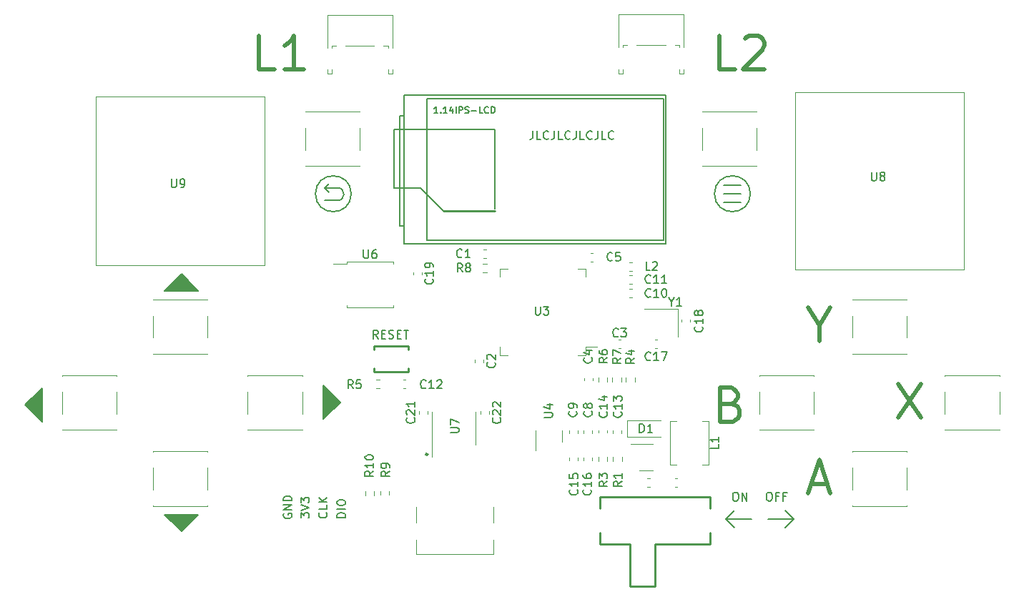
<source format=gbr>
%TF.GenerationSoftware,KiCad,Pcbnew,7.0.5*%
%TF.CreationDate,2023-11-02T21:43:45+08:00*%
%TF.ProjectId,___,65a7682e-6b69-4636-9164-5f7063625858,rev?*%
%TF.SameCoordinates,Original*%
%TF.FileFunction,Legend,Top*%
%TF.FilePolarity,Positive*%
%FSLAX46Y46*%
G04 Gerber Fmt 4.6, Leading zero omitted, Abs format (unit mm)*
G04 Created by KiCad (PCBNEW 7.0.5) date 2023-11-02 21:43:45*
%MOMM*%
%LPD*%
G01*
G04 APERTURE LIST*
%ADD10C,0.150000*%
%ADD11C,0.500000*%
%ADD12C,0.190500*%
%ADD13C,0.120000*%
%ADD14C,0.254000*%
%ADD15C,0.260000*%
%ADD16C,0.203000*%
G04 APERTURE END LIST*
D10*
X175971320Y-85500000D02*
G75*
G03*
X175971320Y-85500000I-2121320J0D01*
G01*
X110600000Y-97000000D02*
X106600000Y-97000000D01*
X108600000Y-95000000D01*
X110600000Y-97000000D01*
G36*
X110600000Y-97000000D02*
G01*
X106600000Y-97000000D01*
X108600000Y-95000000D01*
X110600000Y-97000000D01*
G37*
X125600000Y-84800000D02*
X126100000Y-84300000D01*
X172850000Y-85500000D02*
X174850000Y-85500000D01*
X125600000Y-86300000D02*
X127100000Y-86300000D01*
X172850000Y-84500000D02*
X174850000Y-84500000D01*
X181100000Y-124000000D02*
X180100000Y-125000000D01*
X172850000Y-86500000D02*
X174850000Y-86500000D01*
X173100000Y-124000000D02*
X174100000Y-125000000D01*
X181100000Y-124000000D02*
X178100000Y-124000000D01*
X127100000Y-84800000D02*
X125600000Y-84800000D01*
X174100000Y-123000000D02*
X173100000Y-124000000D01*
X127400000Y-110200000D02*
X125400000Y-112200000D01*
X125400000Y-108200000D01*
X127400000Y-110200000D01*
G36*
X127400000Y-110200000D02*
G01*
X125400000Y-112200000D01*
X125400000Y-108200000D01*
X127400000Y-110200000D01*
G37*
X108600000Y-125500000D02*
X106600000Y-123500000D01*
X110600000Y-123500000D01*
X108600000Y-125500000D01*
G36*
X108600000Y-125500000D02*
G01*
X106600000Y-123500000D01*
X110600000Y-123500000D01*
X108600000Y-125500000D01*
G37*
X173100000Y-124000000D02*
X174100000Y-123000000D01*
X92100000Y-112500000D02*
X90100000Y-110500000D01*
X92100000Y-108500000D01*
X92100000Y-112500000D01*
G36*
X92100000Y-112500000D02*
G01*
X90100000Y-110500000D01*
X92100000Y-108500000D01*
X92100000Y-112500000D01*
G37*
X127100000Y-86300000D02*
G75*
G03*
X127100000Y-84800000I0J750000D01*
G01*
X181100000Y-124000000D02*
X180100000Y-123000000D01*
X128721320Y-85500000D02*
G75*
G03*
X128721320Y-85500000I-2121320J0D01*
G01*
X173100000Y-124000000D02*
X176100000Y-124000000D01*
X125600000Y-84800000D02*
X126100000Y-85300000D01*
X180100000Y-125000000D02*
X181100000Y-124000000D01*
D11*
X173714661Y-110389238D02*
X174286089Y-110579714D01*
X174286089Y-110579714D02*
X174476566Y-110770190D01*
X174476566Y-110770190D02*
X174667042Y-111151142D01*
X174667042Y-111151142D02*
X174667042Y-111722571D01*
X174667042Y-111722571D02*
X174476566Y-112103523D01*
X174476566Y-112103523D02*
X174286089Y-112294000D01*
X174286089Y-112294000D02*
X173905137Y-112484476D01*
X173905137Y-112484476D02*
X172381327Y-112484476D01*
X172381327Y-112484476D02*
X172381327Y-108484476D01*
X172381327Y-108484476D02*
X173714661Y-108484476D01*
X173714661Y-108484476D02*
X174095613Y-108674952D01*
X174095613Y-108674952D02*
X174286089Y-108865428D01*
X174286089Y-108865428D02*
X174476566Y-109246380D01*
X174476566Y-109246380D02*
X174476566Y-109627333D01*
X174476566Y-109627333D02*
X174286089Y-110008285D01*
X174286089Y-110008285D02*
X174095613Y-110198761D01*
X174095613Y-110198761D02*
X173714661Y-110389238D01*
X173714661Y-110389238D02*
X172381327Y-110389238D01*
D10*
X120742438Y-123389411D02*
X120694819Y-123484649D01*
X120694819Y-123484649D02*
X120694819Y-123627506D01*
X120694819Y-123627506D02*
X120742438Y-123770363D01*
X120742438Y-123770363D02*
X120837676Y-123865601D01*
X120837676Y-123865601D02*
X120932914Y-123913220D01*
X120932914Y-123913220D02*
X121123390Y-123960839D01*
X121123390Y-123960839D02*
X121266247Y-123960839D01*
X121266247Y-123960839D02*
X121456723Y-123913220D01*
X121456723Y-123913220D02*
X121551961Y-123865601D01*
X121551961Y-123865601D02*
X121647200Y-123770363D01*
X121647200Y-123770363D02*
X121694819Y-123627506D01*
X121694819Y-123627506D02*
X121694819Y-123532268D01*
X121694819Y-123532268D02*
X121647200Y-123389411D01*
X121647200Y-123389411D02*
X121599580Y-123341792D01*
X121599580Y-123341792D02*
X121266247Y-123341792D01*
X121266247Y-123341792D02*
X121266247Y-123532268D01*
X121694819Y-122913220D02*
X120694819Y-122913220D01*
X120694819Y-122913220D02*
X121694819Y-122341792D01*
X121694819Y-122341792D02*
X120694819Y-122341792D01*
X121694819Y-121865601D02*
X120694819Y-121865601D01*
X120694819Y-121865601D02*
X120694819Y-121627506D01*
X120694819Y-121627506D02*
X120742438Y-121484649D01*
X120742438Y-121484649D02*
X120837676Y-121389411D01*
X120837676Y-121389411D02*
X120932914Y-121341792D01*
X120932914Y-121341792D02*
X121123390Y-121294173D01*
X121123390Y-121294173D02*
X121266247Y-121294173D01*
X121266247Y-121294173D02*
X121456723Y-121341792D01*
X121456723Y-121341792D02*
X121551961Y-121389411D01*
X121551961Y-121389411D02*
X121647200Y-121484649D01*
X121647200Y-121484649D02*
X121694819Y-121627506D01*
X121694819Y-121627506D02*
X121694819Y-121865601D01*
D11*
X184143232Y-101079714D02*
X184143232Y-102984476D01*
X182809899Y-98984476D02*
X184143232Y-101079714D01*
X184143232Y-101079714D02*
X185476566Y-98984476D01*
D10*
X125774580Y-123266792D02*
X125822200Y-123314411D01*
X125822200Y-123314411D02*
X125869819Y-123457268D01*
X125869819Y-123457268D02*
X125869819Y-123552506D01*
X125869819Y-123552506D02*
X125822200Y-123695363D01*
X125822200Y-123695363D02*
X125726961Y-123790601D01*
X125726961Y-123790601D02*
X125631723Y-123838220D01*
X125631723Y-123838220D02*
X125441247Y-123885839D01*
X125441247Y-123885839D02*
X125298390Y-123885839D01*
X125298390Y-123885839D02*
X125107914Y-123838220D01*
X125107914Y-123838220D02*
X125012676Y-123790601D01*
X125012676Y-123790601D02*
X124917438Y-123695363D01*
X124917438Y-123695363D02*
X124869819Y-123552506D01*
X124869819Y-123552506D02*
X124869819Y-123457268D01*
X124869819Y-123457268D02*
X124917438Y-123314411D01*
X124917438Y-123314411D02*
X124965057Y-123266792D01*
X125869819Y-122362030D02*
X125869819Y-122838220D01*
X125869819Y-122838220D02*
X124869819Y-122838220D01*
X125869819Y-122028696D02*
X124869819Y-122028696D01*
X125869819Y-121457268D02*
X125298390Y-121885839D01*
X124869819Y-121457268D02*
X125441247Y-122028696D01*
X150222493Y-78069819D02*
X150222493Y-78784104D01*
X150222493Y-78784104D02*
X150174874Y-78926961D01*
X150174874Y-78926961D02*
X150079636Y-79022200D01*
X150079636Y-79022200D02*
X149936779Y-79069819D01*
X149936779Y-79069819D02*
X149841541Y-79069819D01*
X151174874Y-79069819D02*
X150698684Y-79069819D01*
X150698684Y-79069819D02*
X150698684Y-78069819D01*
X152079636Y-78974580D02*
X152032017Y-79022200D01*
X152032017Y-79022200D02*
X151889160Y-79069819D01*
X151889160Y-79069819D02*
X151793922Y-79069819D01*
X151793922Y-79069819D02*
X151651065Y-79022200D01*
X151651065Y-79022200D02*
X151555827Y-78926961D01*
X151555827Y-78926961D02*
X151508208Y-78831723D01*
X151508208Y-78831723D02*
X151460589Y-78641247D01*
X151460589Y-78641247D02*
X151460589Y-78498390D01*
X151460589Y-78498390D02*
X151508208Y-78307914D01*
X151508208Y-78307914D02*
X151555827Y-78212676D01*
X151555827Y-78212676D02*
X151651065Y-78117438D01*
X151651065Y-78117438D02*
X151793922Y-78069819D01*
X151793922Y-78069819D02*
X151889160Y-78069819D01*
X151889160Y-78069819D02*
X152032017Y-78117438D01*
X152032017Y-78117438D02*
X152079636Y-78165057D01*
X152793922Y-78069819D02*
X152793922Y-78784104D01*
X152793922Y-78784104D02*
X152746303Y-78926961D01*
X152746303Y-78926961D02*
X152651065Y-79022200D01*
X152651065Y-79022200D02*
X152508208Y-79069819D01*
X152508208Y-79069819D02*
X152412970Y-79069819D01*
X153746303Y-79069819D02*
X153270113Y-79069819D01*
X153270113Y-79069819D02*
X153270113Y-78069819D01*
X154651065Y-78974580D02*
X154603446Y-79022200D01*
X154603446Y-79022200D02*
X154460589Y-79069819D01*
X154460589Y-79069819D02*
X154365351Y-79069819D01*
X154365351Y-79069819D02*
X154222494Y-79022200D01*
X154222494Y-79022200D02*
X154127256Y-78926961D01*
X154127256Y-78926961D02*
X154079637Y-78831723D01*
X154079637Y-78831723D02*
X154032018Y-78641247D01*
X154032018Y-78641247D02*
X154032018Y-78498390D01*
X154032018Y-78498390D02*
X154079637Y-78307914D01*
X154079637Y-78307914D02*
X154127256Y-78212676D01*
X154127256Y-78212676D02*
X154222494Y-78117438D01*
X154222494Y-78117438D02*
X154365351Y-78069819D01*
X154365351Y-78069819D02*
X154460589Y-78069819D01*
X154460589Y-78069819D02*
X154603446Y-78117438D01*
X154603446Y-78117438D02*
X154651065Y-78165057D01*
X155365351Y-78069819D02*
X155365351Y-78784104D01*
X155365351Y-78784104D02*
X155317732Y-78926961D01*
X155317732Y-78926961D02*
X155222494Y-79022200D01*
X155222494Y-79022200D02*
X155079637Y-79069819D01*
X155079637Y-79069819D02*
X154984399Y-79069819D01*
X156317732Y-79069819D02*
X155841542Y-79069819D01*
X155841542Y-79069819D02*
X155841542Y-78069819D01*
X157222494Y-78974580D02*
X157174875Y-79022200D01*
X157174875Y-79022200D02*
X157032018Y-79069819D01*
X157032018Y-79069819D02*
X156936780Y-79069819D01*
X156936780Y-79069819D02*
X156793923Y-79022200D01*
X156793923Y-79022200D02*
X156698685Y-78926961D01*
X156698685Y-78926961D02*
X156651066Y-78831723D01*
X156651066Y-78831723D02*
X156603447Y-78641247D01*
X156603447Y-78641247D02*
X156603447Y-78498390D01*
X156603447Y-78498390D02*
X156651066Y-78307914D01*
X156651066Y-78307914D02*
X156698685Y-78212676D01*
X156698685Y-78212676D02*
X156793923Y-78117438D01*
X156793923Y-78117438D02*
X156936780Y-78069819D01*
X156936780Y-78069819D02*
X157032018Y-78069819D01*
X157032018Y-78069819D02*
X157174875Y-78117438D01*
X157174875Y-78117438D02*
X157222494Y-78165057D01*
X157936780Y-78069819D02*
X157936780Y-78784104D01*
X157936780Y-78784104D02*
X157889161Y-78926961D01*
X157889161Y-78926961D02*
X157793923Y-79022200D01*
X157793923Y-79022200D02*
X157651066Y-79069819D01*
X157651066Y-79069819D02*
X157555828Y-79069819D01*
X158889161Y-79069819D02*
X158412971Y-79069819D01*
X158412971Y-79069819D02*
X158412971Y-78069819D01*
X159793923Y-78974580D02*
X159746304Y-79022200D01*
X159746304Y-79022200D02*
X159603447Y-79069819D01*
X159603447Y-79069819D02*
X159508209Y-79069819D01*
X159508209Y-79069819D02*
X159365352Y-79022200D01*
X159365352Y-79022200D02*
X159270114Y-78926961D01*
X159270114Y-78926961D02*
X159222495Y-78831723D01*
X159222495Y-78831723D02*
X159174876Y-78641247D01*
X159174876Y-78641247D02*
X159174876Y-78498390D01*
X159174876Y-78498390D02*
X159222495Y-78307914D01*
X159222495Y-78307914D02*
X159270114Y-78212676D01*
X159270114Y-78212676D02*
X159365352Y-78117438D01*
X159365352Y-78117438D02*
X159508209Y-78069819D01*
X159508209Y-78069819D02*
X159603447Y-78069819D01*
X159603447Y-78069819D02*
X159746304Y-78117438D01*
X159746304Y-78117438D02*
X159793923Y-78165057D01*
X128044819Y-123838220D02*
X127044819Y-123838220D01*
X127044819Y-123838220D02*
X127044819Y-123600125D01*
X127044819Y-123600125D02*
X127092438Y-123457268D01*
X127092438Y-123457268D02*
X127187676Y-123362030D01*
X127187676Y-123362030D02*
X127282914Y-123314411D01*
X127282914Y-123314411D02*
X127473390Y-123266792D01*
X127473390Y-123266792D02*
X127616247Y-123266792D01*
X127616247Y-123266792D02*
X127806723Y-123314411D01*
X127806723Y-123314411D02*
X127901961Y-123362030D01*
X127901961Y-123362030D02*
X127997200Y-123457268D01*
X127997200Y-123457268D02*
X128044819Y-123600125D01*
X128044819Y-123600125D02*
X128044819Y-123838220D01*
X128044819Y-122838220D02*
X127044819Y-122838220D01*
X127044819Y-122171554D02*
X127044819Y-121981078D01*
X127044819Y-121981078D02*
X127092438Y-121885840D01*
X127092438Y-121885840D02*
X127187676Y-121790602D01*
X127187676Y-121790602D02*
X127378152Y-121742983D01*
X127378152Y-121742983D02*
X127711485Y-121742983D01*
X127711485Y-121742983D02*
X127901961Y-121790602D01*
X127901961Y-121790602D02*
X127997200Y-121885840D01*
X127997200Y-121885840D02*
X128044819Y-121981078D01*
X128044819Y-121981078D02*
X128044819Y-122171554D01*
X128044819Y-122171554D02*
X127997200Y-122266792D01*
X127997200Y-122266792D02*
X127901961Y-122362030D01*
X127901961Y-122362030D02*
X127711485Y-122409649D01*
X127711485Y-122409649D02*
X127378152Y-122409649D01*
X127378152Y-122409649D02*
X127187676Y-122362030D01*
X127187676Y-122362030D02*
X127092438Y-122266792D01*
X127092438Y-122266792D02*
X127044819Y-122171554D01*
D11*
X183190851Y-119841619D02*
X185095613Y-119841619D01*
X182809899Y-120984476D02*
X184143232Y-116984476D01*
X184143232Y-116984476D02*
X185476566Y-120984476D01*
X193500375Y-107984476D02*
X196167042Y-111984476D01*
X196167042Y-107984476D02*
X193500375Y-111984476D01*
X119686089Y-70794476D02*
X117781327Y-70794476D01*
X117781327Y-70794476D02*
X117781327Y-66794476D01*
X123114661Y-70794476D02*
X120828946Y-70794476D01*
X121971803Y-70794476D02*
X121971803Y-66794476D01*
X121971803Y-66794476D02*
X121590851Y-67365904D01*
X121590851Y-67365904D02*
X121209899Y-67746857D01*
X121209899Y-67746857D02*
X120828946Y-67937333D01*
X174186089Y-70756976D02*
X172281327Y-70756976D01*
X172281327Y-70756976D02*
X172281327Y-66756976D01*
X175328946Y-67137928D02*
X175519422Y-66947452D01*
X175519422Y-66947452D02*
X175900375Y-66756976D01*
X175900375Y-66756976D02*
X176852756Y-66756976D01*
X176852756Y-66756976D02*
X177233708Y-66947452D01*
X177233708Y-66947452D02*
X177424184Y-67137928D01*
X177424184Y-67137928D02*
X177614661Y-67518880D01*
X177614661Y-67518880D02*
X177614661Y-67899833D01*
X177614661Y-67899833D02*
X177424184Y-68471261D01*
X177424184Y-68471261D02*
X175138470Y-70756976D01*
X175138470Y-70756976D02*
X177614661Y-70756976D01*
D10*
X174127255Y-120869819D02*
X174317731Y-120869819D01*
X174317731Y-120869819D02*
X174412969Y-120917438D01*
X174412969Y-120917438D02*
X174508207Y-121012676D01*
X174508207Y-121012676D02*
X174555826Y-121203152D01*
X174555826Y-121203152D02*
X174555826Y-121536485D01*
X174555826Y-121536485D02*
X174508207Y-121726961D01*
X174508207Y-121726961D02*
X174412969Y-121822200D01*
X174412969Y-121822200D02*
X174317731Y-121869819D01*
X174317731Y-121869819D02*
X174127255Y-121869819D01*
X174127255Y-121869819D02*
X174032017Y-121822200D01*
X174032017Y-121822200D02*
X173936779Y-121726961D01*
X173936779Y-121726961D02*
X173889160Y-121536485D01*
X173889160Y-121536485D02*
X173889160Y-121203152D01*
X173889160Y-121203152D02*
X173936779Y-121012676D01*
X173936779Y-121012676D02*
X174032017Y-120917438D01*
X174032017Y-120917438D02*
X174127255Y-120869819D01*
X174984398Y-121869819D02*
X174984398Y-120869819D01*
X174984398Y-120869819D02*
X175555826Y-121869819D01*
X175555826Y-121869819D02*
X175555826Y-120869819D01*
X122744819Y-123883458D02*
X122744819Y-123264411D01*
X122744819Y-123264411D02*
X123125771Y-123597744D01*
X123125771Y-123597744D02*
X123125771Y-123454887D01*
X123125771Y-123454887D02*
X123173390Y-123359649D01*
X123173390Y-123359649D02*
X123221009Y-123312030D01*
X123221009Y-123312030D02*
X123316247Y-123264411D01*
X123316247Y-123264411D02*
X123554342Y-123264411D01*
X123554342Y-123264411D02*
X123649580Y-123312030D01*
X123649580Y-123312030D02*
X123697200Y-123359649D01*
X123697200Y-123359649D02*
X123744819Y-123454887D01*
X123744819Y-123454887D02*
X123744819Y-123740601D01*
X123744819Y-123740601D02*
X123697200Y-123835839D01*
X123697200Y-123835839D02*
X123649580Y-123883458D01*
X122744819Y-122978696D02*
X123744819Y-122645363D01*
X123744819Y-122645363D02*
X122744819Y-122312030D01*
X122744819Y-122073934D02*
X122744819Y-121454887D01*
X122744819Y-121454887D02*
X123125771Y-121788220D01*
X123125771Y-121788220D02*
X123125771Y-121645363D01*
X123125771Y-121645363D02*
X123173390Y-121550125D01*
X123173390Y-121550125D02*
X123221009Y-121502506D01*
X123221009Y-121502506D02*
X123316247Y-121454887D01*
X123316247Y-121454887D02*
X123554342Y-121454887D01*
X123554342Y-121454887D02*
X123649580Y-121502506D01*
X123649580Y-121502506D02*
X123697200Y-121550125D01*
X123697200Y-121550125D02*
X123744819Y-121645363D01*
X123744819Y-121645363D02*
X123744819Y-121931077D01*
X123744819Y-121931077D02*
X123697200Y-122026315D01*
X123697200Y-122026315D02*
X123649580Y-122073934D01*
X178127255Y-120869819D02*
X178317731Y-120869819D01*
X178317731Y-120869819D02*
X178412969Y-120917438D01*
X178412969Y-120917438D02*
X178508207Y-121012676D01*
X178508207Y-121012676D02*
X178555826Y-121203152D01*
X178555826Y-121203152D02*
X178555826Y-121536485D01*
X178555826Y-121536485D02*
X178508207Y-121726961D01*
X178508207Y-121726961D02*
X178412969Y-121822200D01*
X178412969Y-121822200D02*
X178317731Y-121869819D01*
X178317731Y-121869819D02*
X178127255Y-121869819D01*
X178127255Y-121869819D02*
X178032017Y-121822200D01*
X178032017Y-121822200D02*
X177936779Y-121726961D01*
X177936779Y-121726961D02*
X177889160Y-121536485D01*
X177889160Y-121536485D02*
X177889160Y-121203152D01*
X177889160Y-121203152D02*
X177936779Y-121012676D01*
X177936779Y-121012676D02*
X178032017Y-120917438D01*
X178032017Y-120917438D02*
X178127255Y-120869819D01*
X179317731Y-121346009D02*
X178984398Y-121346009D01*
X178984398Y-121869819D02*
X178984398Y-120869819D01*
X178984398Y-120869819D02*
X179460588Y-120869819D01*
X180174874Y-121346009D02*
X179841541Y-121346009D01*
X179841541Y-121869819D02*
X179841541Y-120869819D01*
X179841541Y-120869819D02*
X180317731Y-120869819D01*
%TO.C,C4*%
X157159580Y-104916666D02*
X157207200Y-104964285D01*
X157207200Y-104964285D02*
X157254819Y-105107142D01*
X157254819Y-105107142D02*
X157254819Y-105202380D01*
X157254819Y-105202380D02*
X157207200Y-105345237D01*
X157207200Y-105345237D02*
X157111961Y-105440475D01*
X157111961Y-105440475D02*
X157016723Y-105488094D01*
X157016723Y-105488094D02*
X156826247Y-105535713D01*
X156826247Y-105535713D02*
X156683390Y-105535713D01*
X156683390Y-105535713D02*
X156492914Y-105488094D01*
X156492914Y-105488094D02*
X156397676Y-105440475D01*
X156397676Y-105440475D02*
X156302438Y-105345237D01*
X156302438Y-105345237D02*
X156254819Y-105202380D01*
X156254819Y-105202380D02*
X156254819Y-105107142D01*
X156254819Y-105107142D02*
X156302438Y-104964285D01*
X156302438Y-104964285D02*
X156350057Y-104916666D01*
X156588152Y-104059523D02*
X157254819Y-104059523D01*
X156207200Y-104297618D02*
X156921485Y-104535713D01*
X156921485Y-104535713D02*
X156921485Y-103916666D01*
%TO.C,U6*%
X130188095Y-92144819D02*
X130188095Y-92954342D01*
X130188095Y-92954342D02*
X130235714Y-93049580D01*
X130235714Y-93049580D02*
X130283333Y-93097200D01*
X130283333Y-93097200D02*
X130378571Y-93144819D01*
X130378571Y-93144819D02*
X130569047Y-93144819D01*
X130569047Y-93144819D02*
X130664285Y-93097200D01*
X130664285Y-93097200D02*
X130711904Y-93049580D01*
X130711904Y-93049580D02*
X130759523Y-92954342D01*
X130759523Y-92954342D02*
X130759523Y-92144819D01*
X131664285Y-92144819D02*
X131473809Y-92144819D01*
X131473809Y-92144819D02*
X131378571Y-92192438D01*
X131378571Y-92192438D02*
X131330952Y-92240057D01*
X131330952Y-92240057D02*
X131235714Y-92382914D01*
X131235714Y-92382914D02*
X131188095Y-92573390D01*
X131188095Y-92573390D02*
X131188095Y-92954342D01*
X131188095Y-92954342D02*
X131235714Y-93049580D01*
X131235714Y-93049580D02*
X131283333Y-93097200D01*
X131283333Y-93097200D02*
X131378571Y-93144819D01*
X131378571Y-93144819D02*
X131569047Y-93144819D01*
X131569047Y-93144819D02*
X131664285Y-93097200D01*
X131664285Y-93097200D02*
X131711904Y-93049580D01*
X131711904Y-93049580D02*
X131759523Y-92954342D01*
X131759523Y-92954342D02*
X131759523Y-92716247D01*
X131759523Y-92716247D02*
X131711904Y-92621009D01*
X131711904Y-92621009D02*
X131664285Y-92573390D01*
X131664285Y-92573390D02*
X131569047Y-92525771D01*
X131569047Y-92525771D02*
X131378571Y-92525771D01*
X131378571Y-92525771D02*
X131283333Y-92573390D01*
X131283333Y-92573390D02*
X131235714Y-92621009D01*
X131235714Y-92621009D02*
X131188095Y-92716247D01*
%TO.C,U3*%
X150538095Y-98854819D02*
X150538095Y-99664342D01*
X150538095Y-99664342D02*
X150585714Y-99759580D01*
X150585714Y-99759580D02*
X150633333Y-99807200D01*
X150633333Y-99807200D02*
X150728571Y-99854819D01*
X150728571Y-99854819D02*
X150919047Y-99854819D01*
X150919047Y-99854819D02*
X151014285Y-99807200D01*
X151014285Y-99807200D02*
X151061904Y-99759580D01*
X151061904Y-99759580D02*
X151109523Y-99664342D01*
X151109523Y-99664342D02*
X151109523Y-98854819D01*
X151490476Y-98854819D02*
X152109523Y-98854819D01*
X152109523Y-98854819D02*
X151776190Y-99235771D01*
X151776190Y-99235771D02*
X151919047Y-99235771D01*
X151919047Y-99235771D02*
X152014285Y-99283390D01*
X152014285Y-99283390D02*
X152061904Y-99331009D01*
X152061904Y-99331009D02*
X152109523Y-99426247D01*
X152109523Y-99426247D02*
X152109523Y-99664342D01*
X152109523Y-99664342D02*
X152061904Y-99759580D01*
X152061904Y-99759580D02*
X152014285Y-99807200D01*
X152014285Y-99807200D02*
X151919047Y-99854819D01*
X151919047Y-99854819D02*
X151633333Y-99854819D01*
X151633333Y-99854819D02*
X151538095Y-99807200D01*
X151538095Y-99807200D02*
X151490476Y-99759580D01*
%TO.C,C1*%
X141833333Y-92959580D02*
X141785714Y-93007200D01*
X141785714Y-93007200D02*
X141642857Y-93054819D01*
X141642857Y-93054819D02*
X141547619Y-93054819D01*
X141547619Y-93054819D02*
X141404762Y-93007200D01*
X141404762Y-93007200D02*
X141309524Y-92911961D01*
X141309524Y-92911961D02*
X141261905Y-92816723D01*
X141261905Y-92816723D02*
X141214286Y-92626247D01*
X141214286Y-92626247D02*
X141214286Y-92483390D01*
X141214286Y-92483390D02*
X141261905Y-92292914D01*
X141261905Y-92292914D02*
X141309524Y-92197676D01*
X141309524Y-92197676D02*
X141404762Y-92102438D01*
X141404762Y-92102438D02*
X141547619Y-92054819D01*
X141547619Y-92054819D02*
X141642857Y-92054819D01*
X141642857Y-92054819D02*
X141785714Y-92102438D01*
X141785714Y-92102438D02*
X141833333Y-92150057D01*
X142785714Y-93054819D02*
X142214286Y-93054819D01*
X142500000Y-93054819D02*
X142500000Y-92054819D01*
X142500000Y-92054819D02*
X142404762Y-92197676D01*
X142404762Y-92197676D02*
X142309524Y-92292914D01*
X142309524Y-92292914D02*
X142214286Y-92340533D01*
%TO.C,Y1*%
X166623809Y-98278628D02*
X166623809Y-98754819D01*
X166290476Y-97754819D02*
X166623809Y-98278628D01*
X166623809Y-98278628D02*
X166957142Y-97754819D01*
X167814285Y-98754819D02*
X167242857Y-98754819D01*
X167528571Y-98754819D02*
X167528571Y-97754819D01*
X167528571Y-97754819D02*
X167433333Y-97897676D01*
X167433333Y-97897676D02*
X167338095Y-97992914D01*
X167338095Y-97992914D02*
X167242857Y-98040533D01*
%TO.C,R4*%
X162254819Y-104966666D02*
X161778628Y-105299999D01*
X162254819Y-105538094D02*
X161254819Y-105538094D01*
X161254819Y-105538094D02*
X161254819Y-105157142D01*
X161254819Y-105157142D02*
X161302438Y-105061904D01*
X161302438Y-105061904D02*
X161350057Y-105014285D01*
X161350057Y-105014285D02*
X161445295Y-104966666D01*
X161445295Y-104966666D02*
X161588152Y-104966666D01*
X161588152Y-104966666D02*
X161683390Y-105014285D01*
X161683390Y-105014285D02*
X161731009Y-105061904D01*
X161731009Y-105061904D02*
X161778628Y-105157142D01*
X161778628Y-105157142D02*
X161778628Y-105538094D01*
X161588152Y-104109523D02*
X162254819Y-104109523D01*
X161207200Y-104347618D02*
X161921485Y-104585713D01*
X161921485Y-104585713D02*
X161921485Y-103966666D01*
%TO.C,C17*%
X164157142Y-105159580D02*
X164109523Y-105207200D01*
X164109523Y-105207200D02*
X163966666Y-105254819D01*
X163966666Y-105254819D02*
X163871428Y-105254819D01*
X163871428Y-105254819D02*
X163728571Y-105207200D01*
X163728571Y-105207200D02*
X163633333Y-105111961D01*
X163633333Y-105111961D02*
X163585714Y-105016723D01*
X163585714Y-105016723D02*
X163538095Y-104826247D01*
X163538095Y-104826247D02*
X163538095Y-104683390D01*
X163538095Y-104683390D02*
X163585714Y-104492914D01*
X163585714Y-104492914D02*
X163633333Y-104397676D01*
X163633333Y-104397676D02*
X163728571Y-104302438D01*
X163728571Y-104302438D02*
X163871428Y-104254819D01*
X163871428Y-104254819D02*
X163966666Y-104254819D01*
X163966666Y-104254819D02*
X164109523Y-104302438D01*
X164109523Y-104302438D02*
X164157142Y-104350057D01*
X165109523Y-105254819D02*
X164538095Y-105254819D01*
X164823809Y-105254819D02*
X164823809Y-104254819D01*
X164823809Y-104254819D02*
X164728571Y-104397676D01*
X164728571Y-104397676D02*
X164633333Y-104492914D01*
X164633333Y-104492914D02*
X164538095Y-104540533D01*
X165442857Y-104254819D02*
X166109523Y-104254819D01*
X166109523Y-104254819D02*
X165680952Y-105254819D01*
%TO.C,L1*%
X172242319Y-115166666D02*
X172242319Y-115642856D01*
X172242319Y-115642856D02*
X171242319Y-115642856D01*
X172242319Y-114309523D02*
X172242319Y-114880951D01*
X172242319Y-114595237D02*
X171242319Y-114595237D01*
X171242319Y-114595237D02*
X171385176Y-114690475D01*
X171385176Y-114690475D02*
X171480414Y-114785713D01*
X171480414Y-114785713D02*
X171528033Y-114880951D01*
%TO.C,C9*%
X155359580Y-111266666D02*
X155407200Y-111314285D01*
X155407200Y-111314285D02*
X155454819Y-111457142D01*
X155454819Y-111457142D02*
X155454819Y-111552380D01*
X155454819Y-111552380D02*
X155407200Y-111695237D01*
X155407200Y-111695237D02*
X155311961Y-111790475D01*
X155311961Y-111790475D02*
X155216723Y-111838094D01*
X155216723Y-111838094D02*
X155026247Y-111885713D01*
X155026247Y-111885713D02*
X154883390Y-111885713D01*
X154883390Y-111885713D02*
X154692914Y-111838094D01*
X154692914Y-111838094D02*
X154597676Y-111790475D01*
X154597676Y-111790475D02*
X154502438Y-111695237D01*
X154502438Y-111695237D02*
X154454819Y-111552380D01*
X154454819Y-111552380D02*
X154454819Y-111457142D01*
X154454819Y-111457142D02*
X154502438Y-111314285D01*
X154502438Y-111314285D02*
X154550057Y-111266666D01*
X155454819Y-110790475D02*
X155454819Y-110599999D01*
X155454819Y-110599999D02*
X155407200Y-110504761D01*
X155407200Y-110504761D02*
X155359580Y-110457142D01*
X155359580Y-110457142D02*
X155216723Y-110361904D01*
X155216723Y-110361904D02*
X155026247Y-110314285D01*
X155026247Y-110314285D02*
X154645295Y-110314285D01*
X154645295Y-110314285D02*
X154550057Y-110361904D01*
X154550057Y-110361904D02*
X154502438Y-110409523D01*
X154502438Y-110409523D02*
X154454819Y-110504761D01*
X154454819Y-110504761D02*
X154454819Y-110695237D01*
X154454819Y-110695237D02*
X154502438Y-110790475D01*
X154502438Y-110790475D02*
X154550057Y-110838094D01*
X154550057Y-110838094D02*
X154645295Y-110885713D01*
X154645295Y-110885713D02*
X154883390Y-110885713D01*
X154883390Y-110885713D02*
X154978628Y-110838094D01*
X154978628Y-110838094D02*
X155026247Y-110790475D01*
X155026247Y-110790475D02*
X155073866Y-110695237D01*
X155073866Y-110695237D02*
X155073866Y-110504761D01*
X155073866Y-110504761D02*
X155026247Y-110409523D01*
X155026247Y-110409523D02*
X154978628Y-110361904D01*
X154978628Y-110361904D02*
X154883390Y-110314285D01*
%TO.C,C13*%
X160659580Y-111342857D02*
X160707200Y-111390476D01*
X160707200Y-111390476D02*
X160754819Y-111533333D01*
X160754819Y-111533333D02*
X160754819Y-111628571D01*
X160754819Y-111628571D02*
X160707200Y-111771428D01*
X160707200Y-111771428D02*
X160611961Y-111866666D01*
X160611961Y-111866666D02*
X160516723Y-111914285D01*
X160516723Y-111914285D02*
X160326247Y-111961904D01*
X160326247Y-111961904D02*
X160183390Y-111961904D01*
X160183390Y-111961904D02*
X159992914Y-111914285D01*
X159992914Y-111914285D02*
X159897676Y-111866666D01*
X159897676Y-111866666D02*
X159802438Y-111771428D01*
X159802438Y-111771428D02*
X159754819Y-111628571D01*
X159754819Y-111628571D02*
X159754819Y-111533333D01*
X159754819Y-111533333D02*
X159802438Y-111390476D01*
X159802438Y-111390476D02*
X159850057Y-111342857D01*
X160754819Y-110390476D02*
X160754819Y-110961904D01*
X160754819Y-110676190D02*
X159754819Y-110676190D01*
X159754819Y-110676190D02*
X159897676Y-110771428D01*
X159897676Y-110771428D02*
X159992914Y-110866666D01*
X159992914Y-110866666D02*
X160040533Y-110961904D01*
X159754819Y-110057142D02*
X159754819Y-109438095D01*
X159754819Y-109438095D02*
X160135771Y-109771428D01*
X160135771Y-109771428D02*
X160135771Y-109628571D01*
X160135771Y-109628571D02*
X160183390Y-109533333D01*
X160183390Y-109533333D02*
X160231009Y-109485714D01*
X160231009Y-109485714D02*
X160326247Y-109438095D01*
X160326247Y-109438095D02*
X160564342Y-109438095D01*
X160564342Y-109438095D02*
X160659580Y-109485714D01*
X160659580Y-109485714D02*
X160707200Y-109533333D01*
X160707200Y-109533333D02*
X160754819Y-109628571D01*
X160754819Y-109628571D02*
X160754819Y-109914285D01*
X160754819Y-109914285D02*
X160707200Y-110009523D01*
X160707200Y-110009523D02*
X160659580Y-110057142D01*
%TO.C,R6*%
X159054819Y-104916666D02*
X158578628Y-105249999D01*
X159054819Y-105488094D02*
X158054819Y-105488094D01*
X158054819Y-105488094D02*
X158054819Y-105107142D01*
X158054819Y-105107142D02*
X158102438Y-105011904D01*
X158102438Y-105011904D02*
X158150057Y-104964285D01*
X158150057Y-104964285D02*
X158245295Y-104916666D01*
X158245295Y-104916666D02*
X158388152Y-104916666D01*
X158388152Y-104916666D02*
X158483390Y-104964285D01*
X158483390Y-104964285D02*
X158531009Y-105011904D01*
X158531009Y-105011904D02*
X158578628Y-105107142D01*
X158578628Y-105107142D02*
X158578628Y-105488094D01*
X158054819Y-104059523D02*
X158054819Y-104249999D01*
X158054819Y-104249999D02*
X158102438Y-104345237D01*
X158102438Y-104345237D02*
X158150057Y-104392856D01*
X158150057Y-104392856D02*
X158292914Y-104488094D01*
X158292914Y-104488094D02*
X158483390Y-104535713D01*
X158483390Y-104535713D02*
X158864342Y-104535713D01*
X158864342Y-104535713D02*
X158959580Y-104488094D01*
X158959580Y-104488094D02*
X159007200Y-104440475D01*
X159007200Y-104440475D02*
X159054819Y-104345237D01*
X159054819Y-104345237D02*
X159054819Y-104154761D01*
X159054819Y-104154761D02*
X159007200Y-104059523D01*
X159007200Y-104059523D02*
X158959580Y-104011904D01*
X158959580Y-104011904D02*
X158864342Y-103964285D01*
X158864342Y-103964285D02*
X158626247Y-103964285D01*
X158626247Y-103964285D02*
X158531009Y-104011904D01*
X158531009Y-104011904D02*
X158483390Y-104059523D01*
X158483390Y-104059523D02*
X158435771Y-104154761D01*
X158435771Y-104154761D02*
X158435771Y-104345237D01*
X158435771Y-104345237D02*
X158483390Y-104440475D01*
X158483390Y-104440475D02*
X158531009Y-104488094D01*
X158531009Y-104488094D02*
X158626247Y-104535713D01*
%TO.C,D1*%
X162861905Y-113754819D02*
X162861905Y-112754819D01*
X162861905Y-112754819D02*
X163100000Y-112754819D01*
X163100000Y-112754819D02*
X163242857Y-112802438D01*
X163242857Y-112802438D02*
X163338095Y-112897676D01*
X163338095Y-112897676D02*
X163385714Y-112992914D01*
X163385714Y-112992914D02*
X163433333Y-113183390D01*
X163433333Y-113183390D02*
X163433333Y-113326247D01*
X163433333Y-113326247D02*
X163385714Y-113516723D01*
X163385714Y-113516723D02*
X163338095Y-113611961D01*
X163338095Y-113611961D02*
X163242857Y-113707200D01*
X163242857Y-113707200D02*
X163100000Y-113754819D01*
X163100000Y-113754819D02*
X162861905Y-113754819D01*
X164385714Y-113754819D02*
X163814286Y-113754819D01*
X164100000Y-113754819D02*
X164100000Y-112754819D01*
X164100000Y-112754819D02*
X164004762Y-112897676D01*
X164004762Y-112897676D02*
X163909524Y-112992914D01*
X163909524Y-112992914D02*
X163814286Y-113040533D01*
%TO.C,U7*%
X140454819Y-113761904D02*
X141264342Y-113761904D01*
X141264342Y-113761904D02*
X141359580Y-113714285D01*
X141359580Y-113714285D02*
X141407200Y-113666666D01*
X141407200Y-113666666D02*
X141454819Y-113571428D01*
X141454819Y-113571428D02*
X141454819Y-113380952D01*
X141454819Y-113380952D02*
X141407200Y-113285714D01*
X141407200Y-113285714D02*
X141359580Y-113238095D01*
X141359580Y-113238095D02*
X141264342Y-113190476D01*
X141264342Y-113190476D02*
X140454819Y-113190476D01*
X140454819Y-112809523D02*
X140454819Y-112142857D01*
X140454819Y-112142857D02*
X141454819Y-112571428D01*
%TO.C,C21*%
X136154580Y-112042857D02*
X136202200Y-112090476D01*
X136202200Y-112090476D02*
X136249819Y-112233333D01*
X136249819Y-112233333D02*
X136249819Y-112328571D01*
X136249819Y-112328571D02*
X136202200Y-112471428D01*
X136202200Y-112471428D02*
X136106961Y-112566666D01*
X136106961Y-112566666D02*
X136011723Y-112614285D01*
X136011723Y-112614285D02*
X135821247Y-112661904D01*
X135821247Y-112661904D02*
X135678390Y-112661904D01*
X135678390Y-112661904D02*
X135487914Y-112614285D01*
X135487914Y-112614285D02*
X135392676Y-112566666D01*
X135392676Y-112566666D02*
X135297438Y-112471428D01*
X135297438Y-112471428D02*
X135249819Y-112328571D01*
X135249819Y-112328571D02*
X135249819Y-112233333D01*
X135249819Y-112233333D02*
X135297438Y-112090476D01*
X135297438Y-112090476D02*
X135345057Y-112042857D01*
X135345057Y-111661904D02*
X135297438Y-111614285D01*
X135297438Y-111614285D02*
X135249819Y-111519047D01*
X135249819Y-111519047D02*
X135249819Y-111280952D01*
X135249819Y-111280952D02*
X135297438Y-111185714D01*
X135297438Y-111185714D02*
X135345057Y-111138095D01*
X135345057Y-111138095D02*
X135440295Y-111090476D01*
X135440295Y-111090476D02*
X135535533Y-111090476D01*
X135535533Y-111090476D02*
X135678390Y-111138095D01*
X135678390Y-111138095D02*
X136249819Y-111709523D01*
X136249819Y-111709523D02*
X136249819Y-111090476D01*
X136249819Y-110138095D02*
X136249819Y-110709523D01*
X136249819Y-110423809D02*
X135249819Y-110423809D01*
X135249819Y-110423809D02*
X135392676Y-110519047D01*
X135392676Y-110519047D02*
X135487914Y-110614285D01*
X135487914Y-110614285D02*
X135535533Y-110709523D01*
%TO.C,C10*%
X164157142Y-97659580D02*
X164109523Y-97707200D01*
X164109523Y-97707200D02*
X163966666Y-97754819D01*
X163966666Y-97754819D02*
X163871428Y-97754819D01*
X163871428Y-97754819D02*
X163728571Y-97707200D01*
X163728571Y-97707200D02*
X163633333Y-97611961D01*
X163633333Y-97611961D02*
X163585714Y-97516723D01*
X163585714Y-97516723D02*
X163538095Y-97326247D01*
X163538095Y-97326247D02*
X163538095Y-97183390D01*
X163538095Y-97183390D02*
X163585714Y-96992914D01*
X163585714Y-96992914D02*
X163633333Y-96897676D01*
X163633333Y-96897676D02*
X163728571Y-96802438D01*
X163728571Y-96802438D02*
X163871428Y-96754819D01*
X163871428Y-96754819D02*
X163966666Y-96754819D01*
X163966666Y-96754819D02*
X164109523Y-96802438D01*
X164109523Y-96802438D02*
X164157142Y-96850057D01*
X165109523Y-97754819D02*
X164538095Y-97754819D01*
X164823809Y-97754819D02*
X164823809Y-96754819D01*
X164823809Y-96754819D02*
X164728571Y-96897676D01*
X164728571Y-96897676D02*
X164633333Y-96992914D01*
X164633333Y-96992914D02*
X164538095Y-97040533D01*
X165728571Y-96754819D02*
X165823809Y-96754819D01*
X165823809Y-96754819D02*
X165919047Y-96802438D01*
X165919047Y-96802438D02*
X165966666Y-96850057D01*
X165966666Y-96850057D02*
X166014285Y-96945295D01*
X166014285Y-96945295D02*
X166061904Y-97135771D01*
X166061904Y-97135771D02*
X166061904Y-97373866D01*
X166061904Y-97373866D02*
X166014285Y-97564342D01*
X166014285Y-97564342D02*
X165966666Y-97659580D01*
X165966666Y-97659580D02*
X165919047Y-97707200D01*
X165919047Y-97707200D02*
X165823809Y-97754819D01*
X165823809Y-97754819D02*
X165728571Y-97754819D01*
X165728571Y-97754819D02*
X165633333Y-97707200D01*
X165633333Y-97707200D02*
X165585714Y-97659580D01*
X165585714Y-97659580D02*
X165538095Y-97564342D01*
X165538095Y-97564342D02*
X165490476Y-97373866D01*
X165490476Y-97373866D02*
X165490476Y-97135771D01*
X165490476Y-97135771D02*
X165538095Y-96945295D01*
X165538095Y-96945295D02*
X165585714Y-96850057D01*
X165585714Y-96850057D02*
X165633333Y-96802438D01*
X165633333Y-96802438D02*
X165728571Y-96754819D01*
%TO.C,RESET*%
X131887029Y-102654819D02*
X131553696Y-102178628D01*
X131315601Y-102654819D02*
X131315601Y-101654819D01*
X131315601Y-101654819D02*
X131696553Y-101654819D01*
X131696553Y-101654819D02*
X131791791Y-101702438D01*
X131791791Y-101702438D02*
X131839410Y-101750057D01*
X131839410Y-101750057D02*
X131887029Y-101845295D01*
X131887029Y-101845295D02*
X131887029Y-101988152D01*
X131887029Y-101988152D02*
X131839410Y-102083390D01*
X131839410Y-102083390D02*
X131791791Y-102131009D01*
X131791791Y-102131009D02*
X131696553Y-102178628D01*
X131696553Y-102178628D02*
X131315601Y-102178628D01*
X132315601Y-102131009D02*
X132648934Y-102131009D01*
X132791791Y-102654819D02*
X132315601Y-102654819D01*
X132315601Y-102654819D02*
X132315601Y-101654819D01*
X132315601Y-101654819D02*
X132791791Y-101654819D01*
X133172744Y-102607200D02*
X133315601Y-102654819D01*
X133315601Y-102654819D02*
X133553696Y-102654819D01*
X133553696Y-102654819D02*
X133648934Y-102607200D01*
X133648934Y-102607200D02*
X133696553Y-102559580D01*
X133696553Y-102559580D02*
X133744172Y-102464342D01*
X133744172Y-102464342D02*
X133744172Y-102369104D01*
X133744172Y-102369104D02*
X133696553Y-102273866D01*
X133696553Y-102273866D02*
X133648934Y-102226247D01*
X133648934Y-102226247D02*
X133553696Y-102178628D01*
X133553696Y-102178628D02*
X133363220Y-102131009D01*
X133363220Y-102131009D02*
X133267982Y-102083390D01*
X133267982Y-102083390D02*
X133220363Y-102035771D01*
X133220363Y-102035771D02*
X133172744Y-101940533D01*
X133172744Y-101940533D02*
X133172744Y-101845295D01*
X133172744Y-101845295D02*
X133220363Y-101750057D01*
X133220363Y-101750057D02*
X133267982Y-101702438D01*
X133267982Y-101702438D02*
X133363220Y-101654819D01*
X133363220Y-101654819D02*
X133601315Y-101654819D01*
X133601315Y-101654819D02*
X133744172Y-101702438D01*
X134172744Y-102131009D02*
X134506077Y-102131009D01*
X134648934Y-102654819D02*
X134172744Y-102654819D01*
X134172744Y-102654819D02*
X134172744Y-101654819D01*
X134172744Y-101654819D02*
X134648934Y-101654819D01*
X134934649Y-101654819D02*
X135506077Y-101654819D01*
X135220363Y-102654819D02*
X135220363Y-101654819D01*
%TO.C,R10*%
X131354819Y-118342857D02*
X130878628Y-118676190D01*
X131354819Y-118914285D02*
X130354819Y-118914285D01*
X130354819Y-118914285D02*
X130354819Y-118533333D01*
X130354819Y-118533333D02*
X130402438Y-118438095D01*
X130402438Y-118438095D02*
X130450057Y-118390476D01*
X130450057Y-118390476D02*
X130545295Y-118342857D01*
X130545295Y-118342857D02*
X130688152Y-118342857D01*
X130688152Y-118342857D02*
X130783390Y-118390476D01*
X130783390Y-118390476D02*
X130831009Y-118438095D01*
X130831009Y-118438095D02*
X130878628Y-118533333D01*
X130878628Y-118533333D02*
X130878628Y-118914285D01*
X131354819Y-117390476D02*
X131354819Y-117961904D01*
X131354819Y-117676190D02*
X130354819Y-117676190D01*
X130354819Y-117676190D02*
X130497676Y-117771428D01*
X130497676Y-117771428D02*
X130592914Y-117866666D01*
X130592914Y-117866666D02*
X130640533Y-117961904D01*
X130354819Y-116771428D02*
X130354819Y-116676190D01*
X130354819Y-116676190D02*
X130402438Y-116580952D01*
X130402438Y-116580952D02*
X130450057Y-116533333D01*
X130450057Y-116533333D02*
X130545295Y-116485714D01*
X130545295Y-116485714D02*
X130735771Y-116438095D01*
X130735771Y-116438095D02*
X130973866Y-116438095D01*
X130973866Y-116438095D02*
X131164342Y-116485714D01*
X131164342Y-116485714D02*
X131259580Y-116533333D01*
X131259580Y-116533333D02*
X131307200Y-116580952D01*
X131307200Y-116580952D02*
X131354819Y-116676190D01*
X131354819Y-116676190D02*
X131354819Y-116771428D01*
X131354819Y-116771428D02*
X131307200Y-116866666D01*
X131307200Y-116866666D02*
X131259580Y-116914285D01*
X131259580Y-116914285D02*
X131164342Y-116961904D01*
X131164342Y-116961904D02*
X130973866Y-117009523D01*
X130973866Y-117009523D02*
X130735771Y-117009523D01*
X130735771Y-117009523D02*
X130545295Y-116961904D01*
X130545295Y-116961904D02*
X130450057Y-116914285D01*
X130450057Y-116914285D02*
X130402438Y-116866666D01*
X130402438Y-116866666D02*
X130354819Y-116771428D01*
%TO.C,R8*%
X141883333Y-94754819D02*
X141550000Y-94278628D01*
X141311905Y-94754819D02*
X141311905Y-93754819D01*
X141311905Y-93754819D02*
X141692857Y-93754819D01*
X141692857Y-93754819D02*
X141788095Y-93802438D01*
X141788095Y-93802438D02*
X141835714Y-93850057D01*
X141835714Y-93850057D02*
X141883333Y-93945295D01*
X141883333Y-93945295D02*
X141883333Y-94088152D01*
X141883333Y-94088152D02*
X141835714Y-94183390D01*
X141835714Y-94183390D02*
X141788095Y-94231009D01*
X141788095Y-94231009D02*
X141692857Y-94278628D01*
X141692857Y-94278628D02*
X141311905Y-94278628D01*
X142454762Y-94183390D02*
X142359524Y-94135771D01*
X142359524Y-94135771D02*
X142311905Y-94088152D01*
X142311905Y-94088152D02*
X142264286Y-93992914D01*
X142264286Y-93992914D02*
X142264286Y-93945295D01*
X142264286Y-93945295D02*
X142311905Y-93850057D01*
X142311905Y-93850057D02*
X142359524Y-93802438D01*
X142359524Y-93802438D02*
X142454762Y-93754819D01*
X142454762Y-93754819D02*
X142645238Y-93754819D01*
X142645238Y-93754819D02*
X142740476Y-93802438D01*
X142740476Y-93802438D02*
X142788095Y-93850057D01*
X142788095Y-93850057D02*
X142835714Y-93945295D01*
X142835714Y-93945295D02*
X142835714Y-93992914D01*
X142835714Y-93992914D02*
X142788095Y-94088152D01*
X142788095Y-94088152D02*
X142740476Y-94135771D01*
X142740476Y-94135771D02*
X142645238Y-94183390D01*
X142645238Y-94183390D02*
X142454762Y-94183390D01*
X142454762Y-94183390D02*
X142359524Y-94231009D01*
X142359524Y-94231009D02*
X142311905Y-94278628D01*
X142311905Y-94278628D02*
X142264286Y-94373866D01*
X142264286Y-94373866D02*
X142264286Y-94564342D01*
X142264286Y-94564342D02*
X142311905Y-94659580D01*
X142311905Y-94659580D02*
X142359524Y-94707200D01*
X142359524Y-94707200D02*
X142454762Y-94754819D01*
X142454762Y-94754819D02*
X142645238Y-94754819D01*
X142645238Y-94754819D02*
X142740476Y-94707200D01*
X142740476Y-94707200D02*
X142788095Y-94659580D01*
X142788095Y-94659580D02*
X142835714Y-94564342D01*
X142835714Y-94564342D02*
X142835714Y-94373866D01*
X142835714Y-94373866D02*
X142788095Y-94278628D01*
X142788095Y-94278628D02*
X142740476Y-94231009D01*
X142740476Y-94231009D02*
X142645238Y-94183390D01*
%TO.C,L2*%
X164120833Y-94554819D02*
X163644643Y-94554819D01*
X163644643Y-94554819D02*
X163644643Y-93554819D01*
X164406548Y-93650057D02*
X164454167Y-93602438D01*
X164454167Y-93602438D02*
X164549405Y-93554819D01*
X164549405Y-93554819D02*
X164787500Y-93554819D01*
X164787500Y-93554819D02*
X164882738Y-93602438D01*
X164882738Y-93602438D02*
X164930357Y-93650057D01*
X164930357Y-93650057D02*
X164977976Y-93745295D01*
X164977976Y-93745295D02*
X164977976Y-93840533D01*
X164977976Y-93840533D02*
X164930357Y-93983390D01*
X164930357Y-93983390D02*
X164358929Y-94554819D01*
X164358929Y-94554819D02*
X164977976Y-94554819D01*
%TO.C,R9*%
X133254819Y-118366666D02*
X132778628Y-118699999D01*
X133254819Y-118938094D02*
X132254819Y-118938094D01*
X132254819Y-118938094D02*
X132254819Y-118557142D01*
X132254819Y-118557142D02*
X132302438Y-118461904D01*
X132302438Y-118461904D02*
X132350057Y-118414285D01*
X132350057Y-118414285D02*
X132445295Y-118366666D01*
X132445295Y-118366666D02*
X132588152Y-118366666D01*
X132588152Y-118366666D02*
X132683390Y-118414285D01*
X132683390Y-118414285D02*
X132731009Y-118461904D01*
X132731009Y-118461904D02*
X132778628Y-118557142D01*
X132778628Y-118557142D02*
X132778628Y-118938094D01*
X133254819Y-117890475D02*
X133254819Y-117699999D01*
X133254819Y-117699999D02*
X133207200Y-117604761D01*
X133207200Y-117604761D02*
X133159580Y-117557142D01*
X133159580Y-117557142D02*
X133016723Y-117461904D01*
X133016723Y-117461904D02*
X132826247Y-117414285D01*
X132826247Y-117414285D02*
X132445295Y-117414285D01*
X132445295Y-117414285D02*
X132350057Y-117461904D01*
X132350057Y-117461904D02*
X132302438Y-117509523D01*
X132302438Y-117509523D02*
X132254819Y-117604761D01*
X132254819Y-117604761D02*
X132254819Y-117795237D01*
X132254819Y-117795237D02*
X132302438Y-117890475D01*
X132302438Y-117890475D02*
X132350057Y-117938094D01*
X132350057Y-117938094D02*
X132445295Y-117985713D01*
X132445295Y-117985713D02*
X132683390Y-117985713D01*
X132683390Y-117985713D02*
X132778628Y-117938094D01*
X132778628Y-117938094D02*
X132826247Y-117890475D01*
X132826247Y-117890475D02*
X132873866Y-117795237D01*
X132873866Y-117795237D02*
X132873866Y-117604761D01*
X132873866Y-117604761D02*
X132826247Y-117509523D01*
X132826247Y-117509523D02*
X132778628Y-117461904D01*
X132778628Y-117461904D02*
X132683390Y-117414285D01*
%TO.C,C19*%
X138339580Y-95592857D02*
X138387200Y-95640476D01*
X138387200Y-95640476D02*
X138434819Y-95783333D01*
X138434819Y-95783333D02*
X138434819Y-95878571D01*
X138434819Y-95878571D02*
X138387200Y-96021428D01*
X138387200Y-96021428D02*
X138291961Y-96116666D01*
X138291961Y-96116666D02*
X138196723Y-96164285D01*
X138196723Y-96164285D02*
X138006247Y-96211904D01*
X138006247Y-96211904D02*
X137863390Y-96211904D01*
X137863390Y-96211904D02*
X137672914Y-96164285D01*
X137672914Y-96164285D02*
X137577676Y-96116666D01*
X137577676Y-96116666D02*
X137482438Y-96021428D01*
X137482438Y-96021428D02*
X137434819Y-95878571D01*
X137434819Y-95878571D02*
X137434819Y-95783333D01*
X137434819Y-95783333D02*
X137482438Y-95640476D01*
X137482438Y-95640476D02*
X137530057Y-95592857D01*
X138434819Y-94640476D02*
X138434819Y-95211904D01*
X138434819Y-94926190D02*
X137434819Y-94926190D01*
X137434819Y-94926190D02*
X137577676Y-95021428D01*
X137577676Y-95021428D02*
X137672914Y-95116666D01*
X137672914Y-95116666D02*
X137720533Y-95211904D01*
X138434819Y-94164285D02*
X138434819Y-93973809D01*
X138434819Y-93973809D02*
X138387200Y-93878571D01*
X138387200Y-93878571D02*
X138339580Y-93830952D01*
X138339580Y-93830952D02*
X138196723Y-93735714D01*
X138196723Y-93735714D02*
X138006247Y-93688095D01*
X138006247Y-93688095D02*
X137625295Y-93688095D01*
X137625295Y-93688095D02*
X137530057Y-93735714D01*
X137530057Y-93735714D02*
X137482438Y-93783333D01*
X137482438Y-93783333D02*
X137434819Y-93878571D01*
X137434819Y-93878571D02*
X137434819Y-94069047D01*
X137434819Y-94069047D02*
X137482438Y-94164285D01*
X137482438Y-94164285D02*
X137530057Y-94211904D01*
X137530057Y-94211904D02*
X137625295Y-94259523D01*
X137625295Y-94259523D02*
X137863390Y-94259523D01*
X137863390Y-94259523D02*
X137958628Y-94211904D01*
X137958628Y-94211904D02*
X138006247Y-94164285D01*
X138006247Y-94164285D02*
X138053866Y-94069047D01*
X138053866Y-94069047D02*
X138053866Y-93878571D01*
X138053866Y-93878571D02*
X138006247Y-93783333D01*
X138006247Y-93783333D02*
X137958628Y-93735714D01*
X137958628Y-93735714D02*
X137863390Y-93688095D01*
%TO.C,C8*%
X157159580Y-111266666D02*
X157207200Y-111314285D01*
X157207200Y-111314285D02*
X157254819Y-111457142D01*
X157254819Y-111457142D02*
X157254819Y-111552380D01*
X157254819Y-111552380D02*
X157207200Y-111695237D01*
X157207200Y-111695237D02*
X157111961Y-111790475D01*
X157111961Y-111790475D02*
X157016723Y-111838094D01*
X157016723Y-111838094D02*
X156826247Y-111885713D01*
X156826247Y-111885713D02*
X156683390Y-111885713D01*
X156683390Y-111885713D02*
X156492914Y-111838094D01*
X156492914Y-111838094D02*
X156397676Y-111790475D01*
X156397676Y-111790475D02*
X156302438Y-111695237D01*
X156302438Y-111695237D02*
X156254819Y-111552380D01*
X156254819Y-111552380D02*
X156254819Y-111457142D01*
X156254819Y-111457142D02*
X156302438Y-111314285D01*
X156302438Y-111314285D02*
X156350057Y-111266666D01*
X156683390Y-110695237D02*
X156635771Y-110790475D01*
X156635771Y-110790475D02*
X156588152Y-110838094D01*
X156588152Y-110838094D02*
X156492914Y-110885713D01*
X156492914Y-110885713D02*
X156445295Y-110885713D01*
X156445295Y-110885713D02*
X156350057Y-110838094D01*
X156350057Y-110838094D02*
X156302438Y-110790475D01*
X156302438Y-110790475D02*
X156254819Y-110695237D01*
X156254819Y-110695237D02*
X156254819Y-110504761D01*
X156254819Y-110504761D02*
X156302438Y-110409523D01*
X156302438Y-110409523D02*
X156350057Y-110361904D01*
X156350057Y-110361904D02*
X156445295Y-110314285D01*
X156445295Y-110314285D02*
X156492914Y-110314285D01*
X156492914Y-110314285D02*
X156588152Y-110361904D01*
X156588152Y-110361904D02*
X156635771Y-110409523D01*
X156635771Y-110409523D02*
X156683390Y-110504761D01*
X156683390Y-110504761D02*
X156683390Y-110695237D01*
X156683390Y-110695237D02*
X156731009Y-110790475D01*
X156731009Y-110790475D02*
X156778628Y-110838094D01*
X156778628Y-110838094D02*
X156873866Y-110885713D01*
X156873866Y-110885713D02*
X157064342Y-110885713D01*
X157064342Y-110885713D02*
X157159580Y-110838094D01*
X157159580Y-110838094D02*
X157207200Y-110790475D01*
X157207200Y-110790475D02*
X157254819Y-110695237D01*
X157254819Y-110695237D02*
X157254819Y-110504761D01*
X157254819Y-110504761D02*
X157207200Y-110409523D01*
X157207200Y-110409523D02*
X157159580Y-110361904D01*
X157159580Y-110361904D02*
X157064342Y-110314285D01*
X157064342Y-110314285D02*
X156873866Y-110314285D01*
X156873866Y-110314285D02*
X156778628Y-110361904D01*
X156778628Y-110361904D02*
X156731009Y-110409523D01*
X156731009Y-110409523D02*
X156683390Y-110504761D01*
%TO.C,R1*%
X160754819Y-119566666D02*
X160278628Y-119899999D01*
X160754819Y-120138094D02*
X159754819Y-120138094D01*
X159754819Y-120138094D02*
X159754819Y-119757142D01*
X159754819Y-119757142D02*
X159802438Y-119661904D01*
X159802438Y-119661904D02*
X159850057Y-119614285D01*
X159850057Y-119614285D02*
X159945295Y-119566666D01*
X159945295Y-119566666D02*
X160088152Y-119566666D01*
X160088152Y-119566666D02*
X160183390Y-119614285D01*
X160183390Y-119614285D02*
X160231009Y-119661904D01*
X160231009Y-119661904D02*
X160278628Y-119757142D01*
X160278628Y-119757142D02*
X160278628Y-120138094D01*
X160754819Y-118614285D02*
X160754819Y-119185713D01*
X160754819Y-118899999D02*
X159754819Y-118899999D01*
X159754819Y-118899999D02*
X159897676Y-118995237D01*
X159897676Y-118995237D02*
X159992914Y-119090475D01*
X159992914Y-119090475D02*
X160040533Y-119185713D01*
%TO.C,C12*%
X137557142Y-108459580D02*
X137509523Y-108507200D01*
X137509523Y-108507200D02*
X137366666Y-108554819D01*
X137366666Y-108554819D02*
X137271428Y-108554819D01*
X137271428Y-108554819D02*
X137128571Y-108507200D01*
X137128571Y-108507200D02*
X137033333Y-108411961D01*
X137033333Y-108411961D02*
X136985714Y-108316723D01*
X136985714Y-108316723D02*
X136938095Y-108126247D01*
X136938095Y-108126247D02*
X136938095Y-107983390D01*
X136938095Y-107983390D02*
X136985714Y-107792914D01*
X136985714Y-107792914D02*
X137033333Y-107697676D01*
X137033333Y-107697676D02*
X137128571Y-107602438D01*
X137128571Y-107602438D02*
X137271428Y-107554819D01*
X137271428Y-107554819D02*
X137366666Y-107554819D01*
X137366666Y-107554819D02*
X137509523Y-107602438D01*
X137509523Y-107602438D02*
X137557142Y-107650057D01*
X138509523Y-108554819D02*
X137938095Y-108554819D01*
X138223809Y-108554819D02*
X138223809Y-107554819D01*
X138223809Y-107554819D02*
X138128571Y-107697676D01*
X138128571Y-107697676D02*
X138033333Y-107792914D01*
X138033333Y-107792914D02*
X137938095Y-107840533D01*
X138890476Y-107650057D02*
X138938095Y-107602438D01*
X138938095Y-107602438D02*
X139033333Y-107554819D01*
X139033333Y-107554819D02*
X139271428Y-107554819D01*
X139271428Y-107554819D02*
X139366666Y-107602438D01*
X139366666Y-107602438D02*
X139414285Y-107650057D01*
X139414285Y-107650057D02*
X139461904Y-107745295D01*
X139461904Y-107745295D02*
X139461904Y-107840533D01*
X139461904Y-107840533D02*
X139414285Y-107983390D01*
X139414285Y-107983390D02*
X138842857Y-108554819D01*
X138842857Y-108554819D02*
X139461904Y-108554819D01*
%TO.C,C16*%
X157059580Y-120542857D02*
X157107200Y-120590476D01*
X157107200Y-120590476D02*
X157154819Y-120733333D01*
X157154819Y-120733333D02*
X157154819Y-120828571D01*
X157154819Y-120828571D02*
X157107200Y-120971428D01*
X157107200Y-120971428D02*
X157011961Y-121066666D01*
X157011961Y-121066666D02*
X156916723Y-121114285D01*
X156916723Y-121114285D02*
X156726247Y-121161904D01*
X156726247Y-121161904D02*
X156583390Y-121161904D01*
X156583390Y-121161904D02*
X156392914Y-121114285D01*
X156392914Y-121114285D02*
X156297676Y-121066666D01*
X156297676Y-121066666D02*
X156202438Y-120971428D01*
X156202438Y-120971428D02*
X156154819Y-120828571D01*
X156154819Y-120828571D02*
X156154819Y-120733333D01*
X156154819Y-120733333D02*
X156202438Y-120590476D01*
X156202438Y-120590476D02*
X156250057Y-120542857D01*
X157154819Y-119590476D02*
X157154819Y-120161904D01*
X157154819Y-119876190D02*
X156154819Y-119876190D01*
X156154819Y-119876190D02*
X156297676Y-119971428D01*
X156297676Y-119971428D02*
X156392914Y-120066666D01*
X156392914Y-120066666D02*
X156440533Y-120161904D01*
X156154819Y-118733333D02*
X156154819Y-118923809D01*
X156154819Y-118923809D02*
X156202438Y-119019047D01*
X156202438Y-119019047D02*
X156250057Y-119066666D01*
X156250057Y-119066666D02*
X156392914Y-119161904D01*
X156392914Y-119161904D02*
X156583390Y-119209523D01*
X156583390Y-119209523D02*
X156964342Y-119209523D01*
X156964342Y-119209523D02*
X157059580Y-119161904D01*
X157059580Y-119161904D02*
X157107200Y-119114285D01*
X157107200Y-119114285D02*
X157154819Y-119019047D01*
X157154819Y-119019047D02*
X157154819Y-118828571D01*
X157154819Y-118828571D02*
X157107200Y-118733333D01*
X157107200Y-118733333D02*
X157059580Y-118685714D01*
X157059580Y-118685714D02*
X156964342Y-118638095D01*
X156964342Y-118638095D02*
X156726247Y-118638095D01*
X156726247Y-118638095D02*
X156631009Y-118685714D01*
X156631009Y-118685714D02*
X156583390Y-118733333D01*
X156583390Y-118733333D02*
X156535771Y-118828571D01*
X156535771Y-118828571D02*
X156535771Y-119019047D01*
X156535771Y-119019047D02*
X156583390Y-119114285D01*
X156583390Y-119114285D02*
X156631009Y-119161904D01*
X156631009Y-119161904D02*
X156726247Y-119209523D01*
%TO.C,C22*%
X146339580Y-112042857D02*
X146387200Y-112090476D01*
X146387200Y-112090476D02*
X146434819Y-112233333D01*
X146434819Y-112233333D02*
X146434819Y-112328571D01*
X146434819Y-112328571D02*
X146387200Y-112471428D01*
X146387200Y-112471428D02*
X146291961Y-112566666D01*
X146291961Y-112566666D02*
X146196723Y-112614285D01*
X146196723Y-112614285D02*
X146006247Y-112661904D01*
X146006247Y-112661904D02*
X145863390Y-112661904D01*
X145863390Y-112661904D02*
X145672914Y-112614285D01*
X145672914Y-112614285D02*
X145577676Y-112566666D01*
X145577676Y-112566666D02*
X145482438Y-112471428D01*
X145482438Y-112471428D02*
X145434819Y-112328571D01*
X145434819Y-112328571D02*
X145434819Y-112233333D01*
X145434819Y-112233333D02*
X145482438Y-112090476D01*
X145482438Y-112090476D02*
X145530057Y-112042857D01*
X145530057Y-111661904D02*
X145482438Y-111614285D01*
X145482438Y-111614285D02*
X145434819Y-111519047D01*
X145434819Y-111519047D02*
X145434819Y-111280952D01*
X145434819Y-111280952D02*
X145482438Y-111185714D01*
X145482438Y-111185714D02*
X145530057Y-111138095D01*
X145530057Y-111138095D02*
X145625295Y-111090476D01*
X145625295Y-111090476D02*
X145720533Y-111090476D01*
X145720533Y-111090476D02*
X145863390Y-111138095D01*
X145863390Y-111138095D02*
X146434819Y-111709523D01*
X146434819Y-111709523D02*
X146434819Y-111090476D01*
X145530057Y-110709523D02*
X145482438Y-110661904D01*
X145482438Y-110661904D02*
X145434819Y-110566666D01*
X145434819Y-110566666D02*
X145434819Y-110328571D01*
X145434819Y-110328571D02*
X145482438Y-110233333D01*
X145482438Y-110233333D02*
X145530057Y-110185714D01*
X145530057Y-110185714D02*
X145625295Y-110138095D01*
X145625295Y-110138095D02*
X145720533Y-110138095D01*
X145720533Y-110138095D02*
X145863390Y-110185714D01*
X145863390Y-110185714D02*
X146434819Y-110757142D01*
X146434819Y-110757142D02*
X146434819Y-110138095D01*
%TO.C,C18*%
X170259580Y-101242857D02*
X170307200Y-101290476D01*
X170307200Y-101290476D02*
X170354819Y-101433333D01*
X170354819Y-101433333D02*
X170354819Y-101528571D01*
X170354819Y-101528571D02*
X170307200Y-101671428D01*
X170307200Y-101671428D02*
X170211961Y-101766666D01*
X170211961Y-101766666D02*
X170116723Y-101814285D01*
X170116723Y-101814285D02*
X169926247Y-101861904D01*
X169926247Y-101861904D02*
X169783390Y-101861904D01*
X169783390Y-101861904D02*
X169592914Y-101814285D01*
X169592914Y-101814285D02*
X169497676Y-101766666D01*
X169497676Y-101766666D02*
X169402438Y-101671428D01*
X169402438Y-101671428D02*
X169354819Y-101528571D01*
X169354819Y-101528571D02*
X169354819Y-101433333D01*
X169354819Y-101433333D02*
X169402438Y-101290476D01*
X169402438Y-101290476D02*
X169450057Y-101242857D01*
X170354819Y-100290476D02*
X170354819Y-100861904D01*
X170354819Y-100576190D02*
X169354819Y-100576190D01*
X169354819Y-100576190D02*
X169497676Y-100671428D01*
X169497676Y-100671428D02*
X169592914Y-100766666D01*
X169592914Y-100766666D02*
X169640533Y-100861904D01*
X169783390Y-99719047D02*
X169735771Y-99814285D01*
X169735771Y-99814285D02*
X169688152Y-99861904D01*
X169688152Y-99861904D02*
X169592914Y-99909523D01*
X169592914Y-99909523D02*
X169545295Y-99909523D01*
X169545295Y-99909523D02*
X169450057Y-99861904D01*
X169450057Y-99861904D02*
X169402438Y-99814285D01*
X169402438Y-99814285D02*
X169354819Y-99719047D01*
X169354819Y-99719047D02*
X169354819Y-99528571D01*
X169354819Y-99528571D02*
X169402438Y-99433333D01*
X169402438Y-99433333D02*
X169450057Y-99385714D01*
X169450057Y-99385714D02*
X169545295Y-99338095D01*
X169545295Y-99338095D02*
X169592914Y-99338095D01*
X169592914Y-99338095D02*
X169688152Y-99385714D01*
X169688152Y-99385714D02*
X169735771Y-99433333D01*
X169735771Y-99433333D02*
X169783390Y-99528571D01*
X169783390Y-99528571D02*
X169783390Y-99719047D01*
X169783390Y-99719047D02*
X169831009Y-99814285D01*
X169831009Y-99814285D02*
X169878628Y-99861904D01*
X169878628Y-99861904D02*
X169973866Y-99909523D01*
X169973866Y-99909523D02*
X170164342Y-99909523D01*
X170164342Y-99909523D02*
X170259580Y-99861904D01*
X170259580Y-99861904D02*
X170307200Y-99814285D01*
X170307200Y-99814285D02*
X170354819Y-99719047D01*
X170354819Y-99719047D02*
X170354819Y-99528571D01*
X170354819Y-99528571D02*
X170307200Y-99433333D01*
X170307200Y-99433333D02*
X170259580Y-99385714D01*
X170259580Y-99385714D02*
X170164342Y-99338095D01*
X170164342Y-99338095D02*
X169973866Y-99338095D01*
X169973866Y-99338095D02*
X169878628Y-99385714D01*
X169878628Y-99385714D02*
X169831009Y-99433333D01*
X169831009Y-99433333D02*
X169783390Y-99528571D01*
%TO.C,U4*%
X151554819Y-111961904D02*
X152364342Y-111961904D01*
X152364342Y-111961904D02*
X152459580Y-111914285D01*
X152459580Y-111914285D02*
X152507200Y-111866666D01*
X152507200Y-111866666D02*
X152554819Y-111771428D01*
X152554819Y-111771428D02*
X152554819Y-111580952D01*
X152554819Y-111580952D02*
X152507200Y-111485714D01*
X152507200Y-111485714D02*
X152459580Y-111438095D01*
X152459580Y-111438095D02*
X152364342Y-111390476D01*
X152364342Y-111390476D02*
X151554819Y-111390476D01*
X151888152Y-110485714D02*
X152554819Y-110485714D01*
X151507200Y-110723809D02*
X152221485Y-110961904D01*
X152221485Y-110961904D02*
X152221485Y-110342857D01*
%TO.C,C5*%
X159633333Y-93359580D02*
X159585714Y-93407200D01*
X159585714Y-93407200D02*
X159442857Y-93454819D01*
X159442857Y-93454819D02*
X159347619Y-93454819D01*
X159347619Y-93454819D02*
X159204762Y-93407200D01*
X159204762Y-93407200D02*
X159109524Y-93311961D01*
X159109524Y-93311961D02*
X159061905Y-93216723D01*
X159061905Y-93216723D02*
X159014286Y-93026247D01*
X159014286Y-93026247D02*
X159014286Y-92883390D01*
X159014286Y-92883390D02*
X159061905Y-92692914D01*
X159061905Y-92692914D02*
X159109524Y-92597676D01*
X159109524Y-92597676D02*
X159204762Y-92502438D01*
X159204762Y-92502438D02*
X159347619Y-92454819D01*
X159347619Y-92454819D02*
X159442857Y-92454819D01*
X159442857Y-92454819D02*
X159585714Y-92502438D01*
X159585714Y-92502438D02*
X159633333Y-92550057D01*
X160538095Y-92454819D02*
X160061905Y-92454819D01*
X160061905Y-92454819D02*
X160014286Y-92931009D01*
X160014286Y-92931009D02*
X160061905Y-92883390D01*
X160061905Y-92883390D02*
X160157143Y-92835771D01*
X160157143Y-92835771D02*
X160395238Y-92835771D01*
X160395238Y-92835771D02*
X160490476Y-92883390D01*
X160490476Y-92883390D02*
X160538095Y-92931009D01*
X160538095Y-92931009D02*
X160585714Y-93026247D01*
X160585714Y-93026247D02*
X160585714Y-93264342D01*
X160585714Y-93264342D02*
X160538095Y-93359580D01*
X160538095Y-93359580D02*
X160490476Y-93407200D01*
X160490476Y-93407200D02*
X160395238Y-93454819D01*
X160395238Y-93454819D02*
X160157143Y-93454819D01*
X160157143Y-93454819D02*
X160061905Y-93407200D01*
X160061905Y-93407200D02*
X160014286Y-93359580D01*
D12*
%TO.C,U2*%
X138980387Y-75942609D02*
X138544958Y-75942609D01*
X138762673Y-75942609D02*
X138762673Y-75180609D01*
X138762673Y-75180609D02*
X138690101Y-75289466D01*
X138690101Y-75289466D02*
X138617530Y-75362038D01*
X138617530Y-75362038D02*
X138544958Y-75398324D01*
X139306958Y-75870038D02*
X139343244Y-75906324D01*
X139343244Y-75906324D02*
X139306958Y-75942609D01*
X139306958Y-75942609D02*
X139270672Y-75906324D01*
X139270672Y-75906324D02*
X139306958Y-75870038D01*
X139306958Y-75870038D02*
X139306958Y-75942609D01*
X140068958Y-75942609D02*
X139633529Y-75942609D01*
X139851244Y-75942609D02*
X139851244Y-75180609D01*
X139851244Y-75180609D02*
X139778672Y-75289466D01*
X139778672Y-75289466D02*
X139706101Y-75362038D01*
X139706101Y-75362038D02*
X139633529Y-75398324D01*
X140722101Y-75434609D02*
X140722101Y-75942609D01*
X140540672Y-75144324D02*
X140359243Y-75688609D01*
X140359243Y-75688609D02*
X140830958Y-75688609D01*
X141121243Y-75942609D02*
X141121243Y-75180609D01*
X141484100Y-75942609D02*
X141484100Y-75180609D01*
X141484100Y-75180609D02*
X141774386Y-75180609D01*
X141774386Y-75180609D02*
X141846957Y-75216895D01*
X141846957Y-75216895D02*
X141883243Y-75253181D01*
X141883243Y-75253181D02*
X141919529Y-75325752D01*
X141919529Y-75325752D02*
X141919529Y-75434609D01*
X141919529Y-75434609D02*
X141883243Y-75507181D01*
X141883243Y-75507181D02*
X141846957Y-75543466D01*
X141846957Y-75543466D02*
X141774386Y-75579752D01*
X141774386Y-75579752D02*
X141484100Y-75579752D01*
X142209814Y-75906324D02*
X142318672Y-75942609D01*
X142318672Y-75942609D02*
X142500100Y-75942609D01*
X142500100Y-75942609D02*
X142572672Y-75906324D01*
X142572672Y-75906324D02*
X142608957Y-75870038D01*
X142608957Y-75870038D02*
X142645243Y-75797466D01*
X142645243Y-75797466D02*
X142645243Y-75724895D01*
X142645243Y-75724895D02*
X142608957Y-75652324D01*
X142608957Y-75652324D02*
X142572672Y-75616038D01*
X142572672Y-75616038D02*
X142500100Y-75579752D01*
X142500100Y-75579752D02*
X142354957Y-75543466D01*
X142354957Y-75543466D02*
X142282386Y-75507181D01*
X142282386Y-75507181D02*
X142246100Y-75470895D01*
X142246100Y-75470895D02*
X142209814Y-75398324D01*
X142209814Y-75398324D02*
X142209814Y-75325752D01*
X142209814Y-75325752D02*
X142246100Y-75253181D01*
X142246100Y-75253181D02*
X142282386Y-75216895D01*
X142282386Y-75216895D02*
X142354957Y-75180609D01*
X142354957Y-75180609D02*
X142536386Y-75180609D01*
X142536386Y-75180609D02*
X142645243Y-75216895D01*
X142971814Y-75652324D02*
X143552386Y-75652324D01*
X144278100Y-75942609D02*
X143915243Y-75942609D01*
X143915243Y-75942609D02*
X143915243Y-75180609D01*
X144967529Y-75870038D02*
X144931243Y-75906324D01*
X144931243Y-75906324D02*
X144822386Y-75942609D01*
X144822386Y-75942609D02*
X144749814Y-75942609D01*
X144749814Y-75942609D02*
X144640957Y-75906324D01*
X144640957Y-75906324D02*
X144568386Y-75833752D01*
X144568386Y-75833752D02*
X144532100Y-75761181D01*
X144532100Y-75761181D02*
X144495814Y-75616038D01*
X144495814Y-75616038D02*
X144495814Y-75507181D01*
X144495814Y-75507181D02*
X144532100Y-75362038D01*
X144532100Y-75362038D02*
X144568386Y-75289466D01*
X144568386Y-75289466D02*
X144640957Y-75216895D01*
X144640957Y-75216895D02*
X144749814Y-75180609D01*
X144749814Y-75180609D02*
X144822386Y-75180609D01*
X144822386Y-75180609D02*
X144931243Y-75216895D01*
X144931243Y-75216895D02*
X144967529Y-75253181D01*
X145294100Y-75942609D02*
X145294100Y-75180609D01*
X145294100Y-75180609D02*
X145475529Y-75180609D01*
X145475529Y-75180609D02*
X145584386Y-75216895D01*
X145584386Y-75216895D02*
X145656957Y-75289466D01*
X145656957Y-75289466D02*
X145693243Y-75362038D01*
X145693243Y-75362038D02*
X145729529Y-75507181D01*
X145729529Y-75507181D02*
X145729529Y-75616038D01*
X145729529Y-75616038D02*
X145693243Y-75761181D01*
X145693243Y-75761181D02*
X145656957Y-75833752D01*
X145656957Y-75833752D02*
X145584386Y-75906324D01*
X145584386Y-75906324D02*
X145475529Y-75942609D01*
X145475529Y-75942609D02*
X145294100Y-75942609D01*
D10*
%TO.C,C3*%
X160333333Y-102359580D02*
X160285714Y-102407200D01*
X160285714Y-102407200D02*
X160142857Y-102454819D01*
X160142857Y-102454819D02*
X160047619Y-102454819D01*
X160047619Y-102454819D02*
X159904762Y-102407200D01*
X159904762Y-102407200D02*
X159809524Y-102311961D01*
X159809524Y-102311961D02*
X159761905Y-102216723D01*
X159761905Y-102216723D02*
X159714286Y-102026247D01*
X159714286Y-102026247D02*
X159714286Y-101883390D01*
X159714286Y-101883390D02*
X159761905Y-101692914D01*
X159761905Y-101692914D02*
X159809524Y-101597676D01*
X159809524Y-101597676D02*
X159904762Y-101502438D01*
X159904762Y-101502438D02*
X160047619Y-101454819D01*
X160047619Y-101454819D02*
X160142857Y-101454819D01*
X160142857Y-101454819D02*
X160285714Y-101502438D01*
X160285714Y-101502438D02*
X160333333Y-101550057D01*
X160666667Y-101454819D02*
X161285714Y-101454819D01*
X161285714Y-101454819D02*
X160952381Y-101835771D01*
X160952381Y-101835771D02*
X161095238Y-101835771D01*
X161095238Y-101835771D02*
X161190476Y-101883390D01*
X161190476Y-101883390D02*
X161238095Y-101931009D01*
X161238095Y-101931009D02*
X161285714Y-102026247D01*
X161285714Y-102026247D02*
X161285714Y-102264342D01*
X161285714Y-102264342D02*
X161238095Y-102359580D01*
X161238095Y-102359580D02*
X161190476Y-102407200D01*
X161190476Y-102407200D02*
X161095238Y-102454819D01*
X161095238Y-102454819D02*
X160809524Y-102454819D01*
X160809524Y-102454819D02*
X160714286Y-102407200D01*
X160714286Y-102407200D02*
X160666667Y-102359580D01*
%TO.C,U9*%
X107438095Y-83754819D02*
X107438095Y-84564342D01*
X107438095Y-84564342D02*
X107485714Y-84659580D01*
X107485714Y-84659580D02*
X107533333Y-84707200D01*
X107533333Y-84707200D02*
X107628571Y-84754819D01*
X107628571Y-84754819D02*
X107819047Y-84754819D01*
X107819047Y-84754819D02*
X107914285Y-84707200D01*
X107914285Y-84707200D02*
X107961904Y-84659580D01*
X107961904Y-84659580D02*
X108009523Y-84564342D01*
X108009523Y-84564342D02*
X108009523Y-83754819D01*
X108533333Y-84754819D02*
X108723809Y-84754819D01*
X108723809Y-84754819D02*
X108819047Y-84707200D01*
X108819047Y-84707200D02*
X108866666Y-84659580D01*
X108866666Y-84659580D02*
X108961904Y-84516723D01*
X108961904Y-84516723D02*
X109009523Y-84326247D01*
X109009523Y-84326247D02*
X109009523Y-83945295D01*
X109009523Y-83945295D02*
X108961904Y-83850057D01*
X108961904Y-83850057D02*
X108914285Y-83802438D01*
X108914285Y-83802438D02*
X108819047Y-83754819D01*
X108819047Y-83754819D02*
X108628571Y-83754819D01*
X108628571Y-83754819D02*
X108533333Y-83802438D01*
X108533333Y-83802438D02*
X108485714Y-83850057D01*
X108485714Y-83850057D02*
X108438095Y-83945295D01*
X108438095Y-83945295D02*
X108438095Y-84183390D01*
X108438095Y-84183390D02*
X108485714Y-84278628D01*
X108485714Y-84278628D02*
X108533333Y-84326247D01*
X108533333Y-84326247D02*
X108628571Y-84373866D01*
X108628571Y-84373866D02*
X108819047Y-84373866D01*
X108819047Y-84373866D02*
X108914285Y-84326247D01*
X108914285Y-84326247D02*
X108961904Y-84278628D01*
X108961904Y-84278628D02*
X109009523Y-84183390D01*
%TO.C,C15*%
X155459580Y-120542857D02*
X155507200Y-120590476D01*
X155507200Y-120590476D02*
X155554819Y-120733333D01*
X155554819Y-120733333D02*
X155554819Y-120828571D01*
X155554819Y-120828571D02*
X155507200Y-120971428D01*
X155507200Y-120971428D02*
X155411961Y-121066666D01*
X155411961Y-121066666D02*
X155316723Y-121114285D01*
X155316723Y-121114285D02*
X155126247Y-121161904D01*
X155126247Y-121161904D02*
X154983390Y-121161904D01*
X154983390Y-121161904D02*
X154792914Y-121114285D01*
X154792914Y-121114285D02*
X154697676Y-121066666D01*
X154697676Y-121066666D02*
X154602438Y-120971428D01*
X154602438Y-120971428D02*
X154554819Y-120828571D01*
X154554819Y-120828571D02*
X154554819Y-120733333D01*
X154554819Y-120733333D02*
X154602438Y-120590476D01*
X154602438Y-120590476D02*
X154650057Y-120542857D01*
X155554819Y-119590476D02*
X155554819Y-120161904D01*
X155554819Y-119876190D02*
X154554819Y-119876190D01*
X154554819Y-119876190D02*
X154697676Y-119971428D01*
X154697676Y-119971428D02*
X154792914Y-120066666D01*
X154792914Y-120066666D02*
X154840533Y-120161904D01*
X154554819Y-118685714D02*
X154554819Y-119161904D01*
X154554819Y-119161904D02*
X155031009Y-119209523D01*
X155031009Y-119209523D02*
X154983390Y-119161904D01*
X154983390Y-119161904D02*
X154935771Y-119066666D01*
X154935771Y-119066666D02*
X154935771Y-118828571D01*
X154935771Y-118828571D02*
X154983390Y-118733333D01*
X154983390Y-118733333D02*
X155031009Y-118685714D01*
X155031009Y-118685714D02*
X155126247Y-118638095D01*
X155126247Y-118638095D02*
X155364342Y-118638095D01*
X155364342Y-118638095D02*
X155459580Y-118685714D01*
X155459580Y-118685714D02*
X155507200Y-118733333D01*
X155507200Y-118733333D02*
X155554819Y-118828571D01*
X155554819Y-118828571D02*
X155554819Y-119066666D01*
X155554819Y-119066666D02*
X155507200Y-119161904D01*
X155507200Y-119161904D02*
X155459580Y-119209523D01*
%TO.C,C2*%
X145689580Y-105466666D02*
X145737200Y-105514285D01*
X145737200Y-105514285D02*
X145784819Y-105657142D01*
X145784819Y-105657142D02*
X145784819Y-105752380D01*
X145784819Y-105752380D02*
X145737200Y-105895237D01*
X145737200Y-105895237D02*
X145641961Y-105990475D01*
X145641961Y-105990475D02*
X145546723Y-106038094D01*
X145546723Y-106038094D02*
X145356247Y-106085713D01*
X145356247Y-106085713D02*
X145213390Y-106085713D01*
X145213390Y-106085713D02*
X145022914Y-106038094D01*
X145022914Y-106038094D02*
X144927676Y-105990475D01*
X144927676Y-105990475D02*
X144832438Y-105895237D01*
X144832438Y-105895237D02*
X144784819Y-105752380D01*
X144784819Y-105752380D02*
X144784819Y-105657142D01*
X144784819Y-105657142D02*
X144832438Y-105514285D01*
X144832438Y-105514285D02*
X144880057Y-105466666D01*
X144880057Y-105085713D02*
X144832438Y-105038094D01*
X144832438Y-105038094D02*
X144784819Y-104942856D01*
X144784819Y-104942856D02*
X144784819Y-104704761D01*
X144784819Y-104704761D02*
X144832438Y-104609523D01*
X144832438Y-104609523D02*
X144880057Y-104561904D01*
X144880057Y-104561904D02*
X144975295Y-104514285D01*
X144975295Y-104514285D02*
X145070533Y-104514285D01*
X145070533Y-104514285D02*
X145213390Y-104561904D01*
X145213390Y-104561904D02*
X145784819Y-105133332D01*
X145784819Y-105133332D02*
X145784819Y-104514285D01*
%TO.C,C14*%
X158959580Y-111342857D02*
X159007200Y-111390476D01*
X159007200Y-111390476D02*
X159054819Y-111533333D01*
X159054819Y-111533333D02*
X159054819Y-111628571D01*
X159054819Y-111628571D02*
X159007200Y-111771428D01*
X159007200Y-111771428D02*
X158911961Y-111866666D01*
X158911961Y-111866666D02*
X158816723Y-111914285D01*
X158816723Y-111914285D02*
X158626247Y-111961904D01*
X158626247Y-111961904D02*
X158483390Y-111961904D01*
X158483390Y-111961904D02*
X158292914Y-111914285D01*
X158292914Y-111914285D02*
X158197676Y-111866666D01*
X158197676Y-111866666D02*
X158102438Y-111771428D01*
X158102438Y-111771428D02*
X158054819Y-111628571D01*
X158054819Y-111628571D02*
X158054819Y-111533333D01*
X158054819Y-111533333D02*
X158102438Y-111390476D01*
X158102438Y-111390476D02*
X158150057Y-111342857D01*
X159054819Y-110390476D02*
X159054819Y-110961904D01*
X159054819Y-110676190D02*
X158054819Y-110676190D01*
X158054819Y-110676190D02*
X158197676Y-110771428D01*
X158197676Y-110771428D02*
X158292914Y-110866666D01*
X158292914Y-110866666D02*
X158340533Y-110961904D01*
X158388152Y-109533333D02*
X159054819Y-109533333D01*
X158007200Y-109771428D02*
X158721485Y-110009523D01*
X158721485Y-110009523D02*
X158721485Y-109390476D01*
%TO.C,R5*%
X128933333Y-108554819D02*
X128600000Y-108078628D01*
X128361905Y-108554819D02*
X128361905Y-107554819D01*
X128361905Y-107554819D02*
X128742857Y-107554819D01*
X128742857Y-107554819D02*
X128838095Y-107602438D01*
X128838095Y-107602438D02*
X128885714Y-107650057D01*
X128885714Y-107650057D02*
X128933333Y-107745295D01*
X128933333Y-107745295D02*
X128933333Y-107888152D01*
X128933333Y-107888152D02*
X128885714Y-107983390D01*
X128885714Y-107983390D02*
X128838095Y-108031009D01*
X128838095Y-108031009D02*
X128742857Y-108078628D01*
X128742857Y-108078628D02*
X128361905Y-108078628D01*
X129838095Y-107554819D02*
X129361905Y-107554819D01*
X129361905Y-107554819D02*
X129314286Y-108031009D01*
X129314286Y-108031009D02*
X129361905Y-107983390D01*
X129361905Y-107983390D02*
X129457143Y-107935771D01*
X129457143Y-107935771D02*
X129695238Y-107935771D01*
X129695238Y-107935771D02*
X129790476Y-107983390D01*
X129790476Y-107983390D02*
X129838095Y-108031009D01*
X129838095Y-108031009D02*
X129885714Y-108126247D01*
X129885714Y-108126247D02*
X129885714Y-108364342D01*
X129885714Y-108364342D02*
X129838095Y-108459580D01*
X129838095Y-108459580D02*
X129790476Y-108507200D01*
X129790476Y-108507200D02*
X129695238Y-108554819D01*
X129695238Y-108554819D02*
X129457143Y-108554819D01*
X129457143Y-108554819D02*
X129361905Y-108507200D01*
X129361905Y-108507200D02*
X129314286Y-108459580D01*
%TO.C,R3*%
X159054819Y-119566666D02*
X158578628Y-119899999D01*
X159054819Y-120138094D02*
X158054819Y-120138094D01*
X158054819Y-120138094D02*
X158054819Y-119757142D01*
X158054819Y-119757142D02*
X158102438Y-119661904D01*
X158102438Y-119661904D02*
X158150057Y-119614285D01*
X158150057Y-119614285D02*
X158245295Y-119566666D01*
X158245295Y-119566666D02*
X158388152Y-119566666D01*
X158388152Y-119566666D02*
X158483390Y-119614285D01*
X158483390Y-119614285D02*
X158531009Y-119661904D01*
X158531009Y-119661904D02*
X158578628Y-119757142D01*
X158578628Y-119757142D02*
X158578628Y-120138094D01*
X158054819Y-119233332D02*
X158054819Y-118614285D01*
X158054819Y-118614285D02*
X158435771Y-118947618D01*
X158435771Y-118947618D02*
X158435771Y-118804761D01*
X158435771Y-118804761D02*
X158483390Y-118709523D01*
X158483390Y-118709523D02*
X158531009Y-118661904D01*
X158531009Y-118661904D02*
X158626247Y-118614285D01*
X158626247Y-118614285D02*
X158864342Y-118614285D01*
X158864342Y-118614285D02*
X158959580Y-118661904D01*
X158959580Y-118661904D02*
X159007200Y-118709523D01*
X159007200Y-118709523D02*
X159054819Y-118804761D01*
X159054819Y-118804761D02*
X159054819Y-119090475D01*
X159054819Y-119090475D02*
X159007200Y-119185713D01*
X159007200Y-119185713D02*
X158959580Y-119233332D01*
%TO.C,C11*%
X164157142Y-96009580D02*
X164109523Y-96057200D01*
X164109523Y-96057200D02*
X163966666Y-96104819D01*
X163966666Y-96104819D02*
X163871428Y-96104819D01*
X163871428Y-96104819D02*
X163728571Y-96057200D01*
X163728571Y-96057200D02*
X163633333Y-95961961D01*
X163633333Y-95961961D02*
X163585714Y-95866723D01*
X163585714Y-95866723D02*
X163538095Y-95676247D01*
X163538095Y-95676247D02*
X163538095Y-95533390D01*
X163538095Y-95533390D02*
X163585714Y-95342914D01*
X163585714Y-95342914D02*
X163633333Y-95247676D01*
X163633333Y-95247676D02*
X163728571Y-95152438D01*
X163728571Y-95152438D02*
X163871428Y-95104819D01*
X163871428Y-95104819D02*
X163966666Y-95104819D01*
X163966666Y-95104819D02*
X164109523Y-95152438D01*
X164109523Y-95152438D02*
X164157142Y-95200057D01*
X165109523Y-96104819D02*
X164538095Y-96104819D01*
X164823809Y-96104819D02*
X164823809Y-95104819D01*
X164823809Y-95104819D02*
X164728571Y-95247676D01*
X164728571Y-95247676D02*
X164633333Y-95342914D01*
X164633333Y-95342914D02*
X164538095Y-95390533D01*
X166061904Y-96104819D02*
X165490476Y-96104819D01*
X165776190Y-96104819D02*
X165776190Y-95104819D01*
X165776190Y-95104819D02*
X165680952Y-95247676D01*
X165680952Y-95247676D02*
X165585714Y-95342914D01*
X165585714Y-95342914D02*
X165490476Y-95390533D01*
%TO.C,U8*%
X190338095Y-82954819D02*
X190338095Y-83764342D01*
X190338095Y-83764342D02*
X190385714Y-83859580D01*
X190385714Y-83859580D02*
X190433333Y-83907200D01*
X190433333Y-83907200D02*
X190528571Y-83954819D01*
X190528571Y-83954819D02*
X190719047Y-83954819D01*
X190719047Y-83954819D02*
X190814285Y-83907200D01*
X190814285Y-83907200D02*
X190861904Y-83859580D01*
X190861904Y-83859580D02*
X190909523Y-83764342D01*
X190909523Y-83764342D02*
X190909523Y-82954819D01*
X191528571Y-83383390D02*
X191433333Y-83335771D01*
X191433333Y-83335771D02*
X191385714Y-83288152D01*
X191385714Y-83288152D02*
X191338095Y-83192914D01*
X191338095Y-83192914D02*
X191338095Y-83145295D01*
X191338095Y-83145295D02*
X191385714Y-83050057D01*
X191385714Y-83050057D02*
X191433333Y-83002438D01*
X191433333Y-83002438D02*
X191528571Y-82954819D01*
X191528571Y-82954819D02*
X191719047Y-82954819D01*
X191719047Y-82954819D02*
X191814285Y-83002438D01*
X191814285Y-83002438D02*
X191861904Y-83050057D01*
X191861904Y-83050057D02*
X191909523Y-83145295D01*
X191909523Y-83145295D02*
X191909523Y-83192914D01*
X191909523Y-83192914D02*
X191861904Y-83288152D01*
X191861904Y-83288152D02*
X191814285Y-83335771D01*
X191814285Y-83335771D02*
X191719047Y-83383390D01*
X191719047Y-83383390D02*
X191528571Y-83383390D01*
X191528571Y-83383390D02*
X191433333Y-83431009D01*
X191433333Y-83431009D02*
X191385714Y-83478628D01*
X191385714Y-83478628D02*
X191338095Y-83573866D01*
X191338095Y-83573866D02*
X191338095Y-83764342D01*
X191338095Y-83764342D02*
X191385714Y-83859580D01*
X191385714Y-83859580D02*
X191433333Y-83907200D01*
X191433333Y-83907200D02*
X191528571Y-83954819D01*
X191528571Y-83954819D02*
X191719047Y-83954819D01*
X191719047Y-83954819D02*
X191814285Y-83907200D01*
X191814285Y-83907200D02*
X191861904Y-83859580D01*
X191861904Y-83859580D02*
X191909523Y-83764342D01*
X191909523Y-83764342D02*
X191909523Y-83573866D01*
X191909523Y-83573866D02*
X191861904Y-83478628D01*
X191861904Y-83478628D02*
X191814285Y-83431009D01*
X191814285Y-83431009D02*
X191719047Y-83383390D01*
%TO.C,R7*%
X160654819Y-104966666D02*
X160178628Y-105299999D01*
X160654819Y-105538094D02*
X159654819Y-105538094D01*
X159654819Y-105538094D02*
X159654819Y-105157142D01*
X159654819Y-105157142D02*
X159702438Y-105061904D01*
X159702438Y-105061904D02*
X159750057Y-105014285D01*
X159750057Y-105014285D02*
X159845295Y-104966666D01*
X159845295Y-104966666D02*
X159988152Y-104966666D01*
X159988152Y-104966666D02*
X160083390Y-105014285D01*
X160083390Y-105014285D02*
X160131009Y-105061904D01*
X160131009Y-105061904D02*
X160178628Y-105157142D01*
X160178628Y-105157142D02*
X160178628Y-105538094D01*
X159654819Y-104633332D02*
X159654819Y-103966666D01*
X159654819Y-103966666D02*
X160654819Y-104395237D01*
D13*
%TO.C,C4*%
X157310000Y-107359420D02*
X157310000Y-107640580D01*
X156290000Y-107359420D02*
X156290000Y-107640580D01*
%TO.C,U6*%
X128225000Y-93525000D02*
X128225000Y-93785000D01*
X128225000Y-93785000D02*
X126550000Y-93785000D01*
X128225000Y-98975000D02*
X128225000Y-98715000D01*
X130950000Y-93525000D02*
X128225000Y-93525000D01*
X130950000Y-93525000D02*
X133675000Y-93525000D01*
X130950000Y-98975000D02*
X128225000Y-98975000D01*
X130950000Y-98975000D02*
X133675000Y-98975000D01*
X133675000Y-93525000D02*
X133675000Y-93785000D01*
X133675000Y-98975000D02*
X133675000Y-98715000D01*
%TO.C,U3*%
X156510000Y-104610000D02*
X156510000Y-103660000D01*
X156510000Y-103660000D02*
X157850000Y-103660000D01*
X156510000Y-94390000D02*
X156510000Y-95340000D01*
X155560000Y-104610000D02*
X156510000Y-104610000D01*
X155560000Y-94390000D02*
X156510000Y-94390000D01*
X147240000Y-104610000D02*
X146290000Y-104610000D01*
X147240000Y-94390000D02*
X146290000Y-94390000D01*
X146290000Y-104610000D02*
X146290000Y-103660000D01*
X146290000Y-94390000D02*
X146290000Y-95340000D01*
%TO.C,U1*%
X163637500Y-115140000D02*
X161837500Y-115140000D01*
X163637500Y-115140000D02*
X164437500Y-115140000D01*
X163637500Y-118260000D02*
X162837500Y-118260000D01*
X163637500Y-118260000D02*
X164437500Y-118260000D01*
%TO.C,C1*%
X144690580Y-93110000D02*
X144409420Y-93110000D01*
X144690580Y-92090000D02*
X144409420Y-92090000D01*
%TO.C,Y1*%
X167400000Y-102400000D02*
X167400000Y-99100000D01*
X167400000Y-99100000D02*
X163400000Y-99100000D01*
%TO.C,SW11*%
X170295000Y-75770000D02*
X176755000Y-75770000D01*
X170295000Y-75800000D02*
X170295000Y-75770000D01*
X170295000Y-77700000D02*
X170295000Y-80300000D01*
X170295000Y-82230000D02*
X170295000Y-82200000D01*
X170295000Y-82230000D02*
X176755000Y-82230000D01*
X176755000Y-75770000D02*
X176755000Y-75800000D01*
X176755000Y-77700000D02*
X176755000Y-80300000D01*
X176755000Y-82230000D02*
X176755000Y-82200000D01*
D14*
%TO.C,SW1*%
X158150000Y-121400000D02*
X171250000Y-121400000D01*
X158150000Y-122790000D02*
X158150000Y-121400000D01*
X158150000Y-125610000D02*
X158150000Y-127000000D01*
X158150000Y-127000000D02*
X161700000Y-127000000D01*
X161700000Y-127000000D02*
X161700000Y-132020000D01*
X161700000Y-132020000D02*
X164690000Y-132020000D01*
X164690000Y-126990000D02*
X171250000Y-126990000D01*
X164690000Y-132020000D02*
X164690000Y-126990000D01*
X171250000Y-121400000D02*
X171250000Y-122790000D01*
X171250000Y-126990000D02*
X171250000Y-125610000D01*
D13*
%TO.C,R4*%
X161252500Y-107737258D02*
X161252500Y-107262742D01*
X162297500Y-107737258D02*
X162297500Y-107262742D01*
%TO.C,C17*%
X164940580Y-103810000D02*
X164659420Y-103810000D01*
X164940580Y-102790000D02*
X164659420Y-102790000D01*
%TO.C,L1*%
X171047500Y-112440000D02*
X170247500Y-112440000D01*
X171047500Y-112440000D02*
X171047500Y-117560000D01*
X166427500Y-112440000D02*
X167227500Y-112440000D01*
X166427500Y-112440000D02*
X166427500Y-117560000D01*
X171047500Y-117560000D02*
X170247500Y-117560000D01*
X166427500Y-117560000D02*
X167227500Y-117560000D01*
%TO.C,C9*%
X155560000Y-113559420D02*
X155560000Y-113840580D01*
X154540000Y-113559420D02*
X154540000Y-113840580D01*
%TO.C,J7*%
X145580000Y-128185000D02*
X136420000Y-128185000D01*
X145580000Y-126480000D02*
X145580000Y-128185000D01*
X145580000Y-124470000D02*
X145580000Y-122550000D01*
X136420000Y-128185000D02*
X136420000Y-126480000D01*
X136420000Y-122550000D02*
X136420000Y-124470000D01*
%TO.C,C13*%
X160747500Y-113559420D02*
X160747500Y-113840580D01*
X159727500Y-113559420D02*
X159727500Y-113840580D01*
%TO.C,R6*%
X159022500Y-107262742D02*
X159022500Y-107737258D01*
X157977500Y-107262742D02*
X157977500Y-107737258D01*
%TO.C,D1*%
X161377500Y-112300000D02*
X161377500Y-114300000D01*
X161377500Y-112300000D02*
X165387500Y-112300000D01*
X161377500Y-114300000D02*
X165387500Y-114300000D01*
%TO.C,SW10*%
X199020000Y-107020000D02*
X205480000Y-107020000D01*
X199020000Y-107050000D02*
X199020000Y-107020000D01*
X199020000Y-108950000D02*
X199020000Y-111550000D01*
X199020000Y-113480000D02*
X199020000Y-113450000D01*
X199020000Y-113480000D02*
X205480000Y-113480000D01*
X205480000Y-107020000D02*
X205480000Y-107050000D01*
X205480000Y-108950000D02*
X205480000Y-111550000D01*
X205480000Y-113480000D02*
X205480000Y-113450000D01*
%TO.C,U7*%
X138307500Y-113250000D02*
X138307500Y-116700000D01*
X138307500Y-113250000D02*
X138307500Y-111300000D01*
X143427500Y-113250000D02*
X143427500Y-115200000D01*
X143427500Y-113250000D02*
X143427500Y-111300000D01*
D15*
X137797500Y-116350000D02*
G75*
G03*
X137797500Y-116350000I-130000J0D01*
G01*
D13*
%TO.C,C21*%
X136715000Y-111540580D02*
X136715000Y-111259420D01*
X137735000Y-111540580D02*
X137735000Y-111259420D01*
%TO.C,C10*%
X161659420Y-96790000D02*
X161940580Y-96790000D01*
X161659420Y-97810000D02*
X161940580Y-97810000D01*
%TO.C,SW3*%
X105270000Y-98020000D02*
X111730000Y-98020000D01*
X105270000Y-98050000D02*
X105270000Y-98020000D01*
X105270000Y-99950000D02*
X105270000Y-102550000D01*
X105270000Y-104480000D02*
X105270000Y-104450000D01*
X105270000Y-104480000D02*
X111730000Y-104480000D01*
X111730000Y-98020000D02*
X111730000Y-98050000D01*
X111730000Y-99950000D02*
X111730000Y-102550000D01*
X111730000Y-104480000D02*
X111730000Y-104450000D01*
D14*
%TO.C,RESET*%
X135450000Y-106550000D02*
X131450000Y-106550000D01*
X135450000Y-106181000D02*
X135450000Y-106550000D01*
X135450000Y-103550000D02*
X135450000Y-103919000D01*
X131450000Y-106550000D02*
X131450000Y-106181000D01*
X131450000Y-103919000D02*
X131450000Y-103550000D01*
X131450000Y-103550000D02*
X135450000Y-103550000D01*
D13*
%TO.C,SW13*%
X133610000Y-70800000D02*
X133610000Y-71310000D01*
X133610000Y-64300000D02*
X133610000Y-68200000D01*
X133090000Y-71310000D02*
X133610000Y-71310000D01*
X133090000Y-70800000D02*
X133090000Y-71310000D01*
X133090000Y-67970000D02*
X133090000Y-68200000D01*
X132550000Y-67970000D02*
X133090000Y-67970000D01*
X128050000Y-67970000D02*
X131450000Y-67970000D01*
X126410000Y-70800000D02*
X126410000Y-71310000D01*
X126410000Y-67970000D02*
X126950000Y-67970000D01*
X126410000Y-67970000D02*
X126410000Y-68200000D01*
X125890000Y-71310000D02*
X126410000Y-71310000D01*
X125890000Y-70800000D02*
X125890000Y-71310000D01*
X125890000Y-64300000D02*
X133610000Y-64300000D01*
X125890000Y-64300000D02*
X125890000Y-68200000D01*
%TO.C,R10*%
X130377500Y-121212258D02*
X130377500Y-120737742D01*
X131422500Y-121212258D02*
X131422500Y-120737742D01*
%TO.C,C6*%
X164078080Y-120210000D02*
X163796920Y-120210000D01*
X164078080Y-119190000D02*
X163796920Y-119190000D01*
%TO.C,R8*%
X144787258Y-94822500D02*
X144312742Y-94822500D01*
X144787258Y-93777500D02*
X144312742Y-93777500D01*
%TO.C,L2*%
X161962779Y-94610000D02*
X161637221Y-94610000D01*
X161962779Y-93590000D02*
X161637221Y-93590000D01*
%TO.C,R9*%
X132177500Y-121187258D02*
X132177500Y-120712742D01*
X133222500Y-121187258D02*
X133222500Y-120712742D01*
%TO.C,C19*%
X137060000Y-94809420D02*
X137060000Y-95090580D01*
X136040000Y-94809420D02*
X136040000Y-95090580D01*
%TO.C,SW9*%
X183480000Y-113480000D02*
X177020000Y-113480000D01*
X183480000Y-113450000D02*
X183480000Y-113480000D01*
X183480000Y-111550000D02*
X183480000Y-108950000D01*
X183480000Y-107020000D02*
X183480000Y-107050000D01*
X183480000Y-107020000D02*
X177020000Y-107020000D01*
X177020000Y-113480000D02*
X177020000Y-113450000D01*
X177020000Y-111550000D02*
X177020000Y-108950000D01*
X177020000Y-107020000D02*
X177020000Y-107050000D01*
%TO.C,C8*%
X157260000Y-113559420D02*
X157260000Y-113840580D01*
X156240000Y-113559420D02*
X156240000Y-113840580D01*
%TO.C,R1*%
X160772500Y-116662742D02*
X160772500Y-117137258D01*
X159727500Y-116662742D02*
X159727500Y-117137258D01*
%TO.C,SW6*%
X105270000Y-116020000D02*
X111730000Y-116020000D01*
X105270000Y-116050000D02*
X105270000Y-116020000D01*
X105270000Y-117950000D02*
X105270000Y-120550000D01*
X105270000Y-122480000D02*
X105270000Y-122450000D01*
X105270000Y-122480000D02*
X111730000Y-122480000D01*
X111730000Y-116020000D02*
X111730000Y-116050000D01*
X111730000Y-117950000D02*
X111730000Y-120550000D01*
X111730000Y-122480000D02*
X111730000Y-122450000D01*
%TO.C,C12*%
X134859420Y-107540000D02*
X135140580Y-107540000D01*
X134859420Y-108560000D02*
X135140580Y-108560000D01*
%TO.C,C16*%
X157260000Y-116784420D02*
X157260000Y-117065580D01*
X156240000Y-116784420D02*
X156240000Y-117065580D01*
%TO.C,C22*%
X145060000Y-111259420D02*
X145060000Y-111540580D01*
X144040000Y-111259420D02*
X144040000Y-111540580D01*
%TO.C,C18*%
X167840000Y-100690580D02*
X167840000Y-100409420D01*
X168860000Y-100690580D02*
X168860000Y-100409420D01*
%TO.C,U4*%
X150590000Y-114200000D02*
X150590000Y-115875000D01*
X150590000Y-114200000D02*
X150590000Y-113550000D01*
X153710000Y-114200000D02*
X153710000Y-114850000D01*
X153710000Y-114200000D02*
X153710000Y-113550000D01*
%TO.C,C7*%
X167021920Y-119190000D02*
X167303080Y-119190000D01*
X167021920Y-120210000D02*
X167303080Y-120210000D01*
%TO.C,SW14*%
X168085000Y-70762500D02*
X168085000Y-71272500D01*
X168085000Y-64262500D02*
X168085000Y-68162500D01*
X167565000Y-71272500D02*
X168085000Y-71272500D01*
X167565000Y-70762500D02*
X167565000Y-71272500D01*
X167565000Y-67932500D02*
X167565000Y-68162500D01*
X167025000Y-67932500D02*
X167565000Y-67932500D01*
X162525000Y-67932500D02*
X165925000Y-67932500D01*
X160885000Y-70762500D02*
X160885000Y-71272500D01*
X160885000Y-67932500D02*
X161425000Y-67932500D01*
X160885000Y-67932500D02*
X160885000Y-68162500D01*
X160365000Y-71272500D02*
X160885000Y-71272500D01*
X160365000Y-70762500D02*
X160365000Y-71272500D01*
X160365000Y-64262500D02*
X168085000Y-64262500D01*
X160365000Y-64262500D02*
X160365000Y-68162500D01*
%TO.C,SW7*%
X188020000Y-98020000D02*
X194480000Y-98020000D01*
X188020000Y-98050000D02*
X188020000Y-98020000D01*
X188020000Y-99950000D02*
X188020000Y-102550000D01*
X188020000Y-104480000D02*
X188020000Y-104450000D01*
X188020000Y-104480000D02*
X194480000Y-104480000D01*
X194480000Y-98020000D02*
X194480000Y-98050000D01*
X194480000Y-99950000D02*
X194480000Y-102550000D01*
X194480000Y-104480000D02*
X194480000Y-104450000D01*
%TO.C,C5*%
X157084420Y-92490000D02*
X157365580Y-92490000D01*
X157084420Y-93510000D02*
X157365580Y-93510000D01*
D16*
%TO.C,U2*%
X165985000Y-91400000D02*
X165985000Y-73800000D01*
X165985000Y-73800000D02*
X134985000Y-73800000D01*
X165695000Y-74200000D02*
X165685000Y-74210000D01*
X165685000Y-91000000D02*
X137675000Y-91000000D01*
X165685000Y-74210000D02*
X165685000Y-91000000D01*
X145703000Y-87300000D02*
X145703000Y-77900000D01*
X145703000Y-77900000D02*
X133765000Y-77900000D01*
D14*
X139607000Y-87498000D02*
X145703000Y-87498000D01*
D16*
X137685000Y-74200000D02*
X165695000Y-74200000D01*
X137675000Y-91000000D02*
X137675000Y-74210000D01*
X137675000Y-74210000D02*
X137685000Y-74200000D01*
X136909000Y-84800000D02*
X139607000Y-87498000D01*
X134985000Y-91400000D02*
X165985000Y-91400000D01*
X134985000Y-76300000D02*
X134485000Y-76300000D01*
X134985000Y-73800000D02*
X134985000Y-91400000D01*
X134485000Y-89300000D02*
X134985000Y-89300000D01*
X134485000Y-76300000D02*
X134485000Y-89300000D01*
X133765000Y-84800000D02*
X136909000Y-84800000D01*
X133765000Y-77900000D02*
X133765000Y-84800000D01*
D13*
%TO.C,C3*%
X160359420Y-102790000D02*
X160640580Y-102790000D01*
X160359420Y-103810000D02*
X160640580Y-103810000D01*
%TO.C,SW4*%
X94470000Y-107020000D02*
X100930000Y-107020000D01*
X94470000Y-107050000D02*
X94470000Y-107020000D01*
X94470000Y-108950000D02*
X94470000Y-111550000D01*
X94470000Y-113480000D02*
X94470000Y-113450000D01*
X94470000Y-113480000D02*
X100930000Y-113480000D01*
X100930000Y-107020000D02*
X100930000Y-107050000D01*
X100930000Y-108950000D02*
X100930000Y-111550000D01*
X100930000Y-113480000D02*
X100930000Y-113450000D01*
%TO.C,U9*%
X98500000Y-74000000D02*
X118500000Y-74000000D01*
X118500000Y-74000000D02*
X118500000Y-94000000D01*
X118500000Y-94000000D02*
X98500000Y-94000000D01*
X98500000Y-94000000D02*
X98500000Y-74000000D01*
%TO.C,SW5*%
X116470000Y-107020000D02*
X122930000Y-107020000D01*
X116470000Y-107050000D02*
X116470000Y-107020000D01*
X116470000Y-108950000D02*
X116470000Y-111550000D01*
X116470000Y-113480000D02*
X116470000Y-113450000D01*
X116470000Y-113480000D02*
X122930000Y-113480000D01*
X122930000Y-107020000D02*
X122930000Y-107050000D01*
X122930000Y-108950000D02*
X122930000Y-111550000D01*
X122930000Y-113480000D02*
X122930000Y-113450000D01*
%TO.C,C15*%
X155560000Y-116784420D02*
X155560000Y-117065580D01*
X154540000Y-116784420D02*
X154540000Y-117065580D01*
%TO.C,C2*%
X144410000Y-105159420D02*
X144410000Y-105440580D01*
X143390000Y-105159420D02*
X143390000Y-105440580D01*
%TO.C,C14*%
X159047500Y-113534420D02*
X159047500Y-113815580D01*
X158027500Y-113534420D02*
X158027500Y-113815580D01*
%TO.C,SW12*%
X129730000Y-82230000D02*
X123270000Y-82230000D01*
X129730000Y-82200000D02*
X129730000Y-82230000D01*
X129730000Y-80300000D02*
X129730000Y-77700000D01*
X129730000Y-75770000D02*
X129730000Y-75800000D01*
X129730000Y-75770000D02*
X123270000Y-75770000D01*
X123270000Y-82230000D02*
X123270000Y-82200000D01*
X123270000Y-80300000D02*
X123270000Y-77700000D01*
X123270000Y-75770000D02*
X123270000Y-75800000D01*
%TO.C,R5*%
X131637742Y-107527500D02*
X132112258Y-107527500D01*
X131637742Y-108572500D02*
X132112258Y-108572500D01*
%TO.C,R3*%
X158015000Y-117137258D02*
X158015000Y-116662742D01*
X159060000Y-117137258D02*
X159060000Y-116662742D01*
%TO.C,C11*%
X161659420Y-95190000D02*
X161940580Y-95190000D01*
X161659420Y-96210000D02*
X161940580Y-96210000D01*
%TO.C,SW8*%
X188020000Y-116020000D02*
X194480000Y-116020000D01*
X188020000Y-116050000D02*
X188020000Y-116020000D01*
X188020000Y-117950000D02*
X188020000Y-120550000D01*
X188020000Y-122480000D02*
X188020000Y-122450000D01*
X188020000Y-122480000D02*
X194480000Y-122480000D01*
X194480000Y-116020000D02*
X194480000Y-116050000D01*
X194480000Y-117950000D02*
X194480000Y-120550000D01*
X194480000Y-122480000D02*
X194480000Y-122450000D01*
%TO.C,U8*%
X181250000Y-73500000D02*
X201250000Y-73500000D01*
X201250000Y-73500000D02*
X201250000Y-94500000D01*
X201250000Y-94500000D02*
X181250000Y-94500000D01*
X181250000Y-94500000D02*
X181250000Y-73500000D01*
%TO.C,R7*%
X160697500Y-107262742D02*
X160697500Y-107737258D01*
X159652500Y-107262742D02*
X159652500Y-107737258D01*
%TD*%
M02*

</source>
